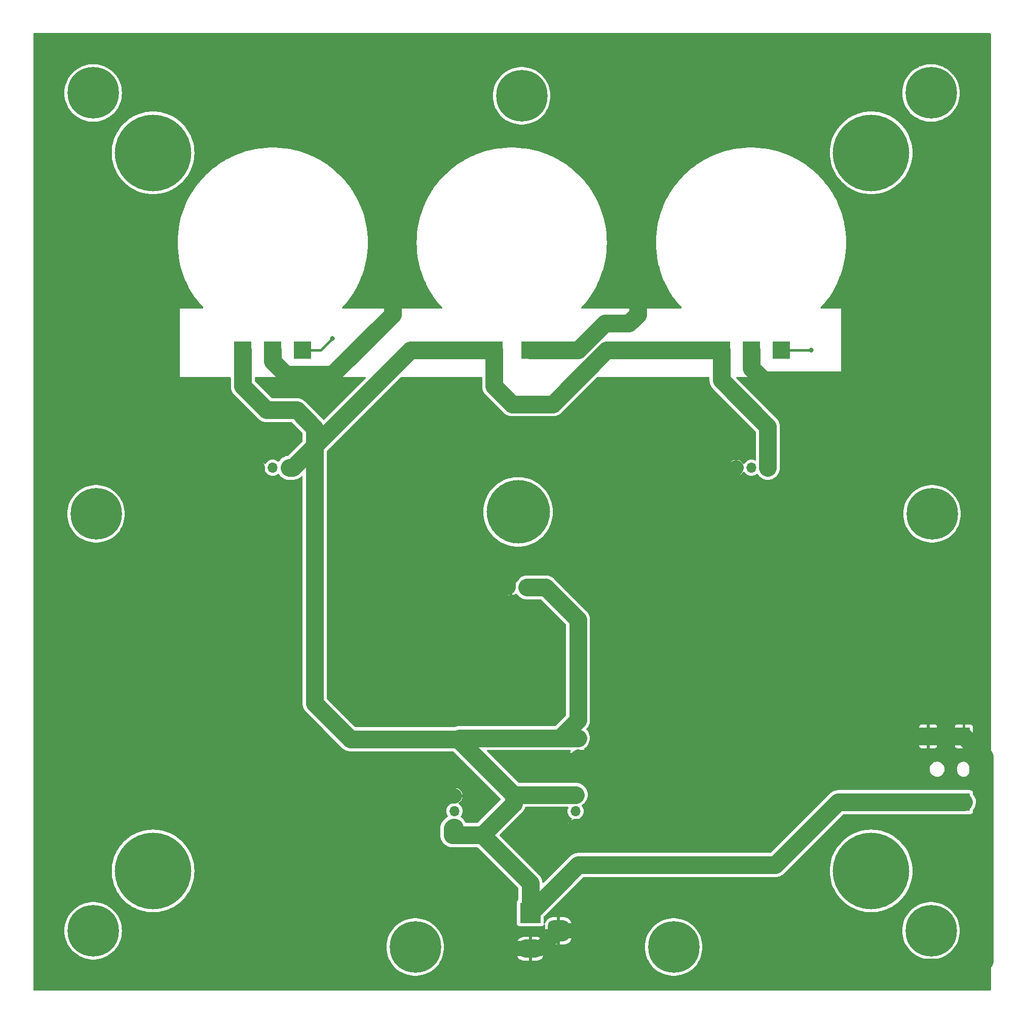
<source format=gtl>
G04 #@! TF.GenerationSoftware,KiCad,Pcbnew,7.0.9-1.fc39*
G04 #@! TF.CreationDate,2023-12-29T09:38:10-05:00*
G04 #@! TF.ProjectId,SYSMATT-WS2812-MATRIX-CARRIER,5359534d-4154-4542-9d57-53323831322d,rev?*
G04 #@! TF.SameCoordinates,Original*
G04 #@! TF.FileFunction,Copper,L1,Top*
G04 #@! TF.FilePolarity,Positive*
%FSLAX46Y46*%
G04 Gerber Fmt 4.6, Leading zero omitted, Abs format (unit mm)*
G04 Created by KiCad (PCBNEW 7.0.9-1.fc39) date 2023-12-29 09:38:10*
%MOMM*%
%LPD*%
G01*
G04 APERTURE LIST*
G04 Aperture macros list*
%AMRoundRect*
0 Rectangle with rounded corners*
0 $1 Rounding radius*
0 $2 $3 $4 $5 $6 $7 $8 $9 X,Y pos of 4 corners*
0 Add a 4 corners polygon primitive as box body*
4,1,4,$2,$3,$4,$5,$6,$7,$8,$9,$2,$3,0*
0 Add four circle primitives for the rounded corners*
1,1,$1+$1,$2,$3*
1,1,$1+$1,$4,$5*
1,1,$1+$1,$6,$7*
1,1,$1+$1,$8,$9*
0 Add four rect primitives between the rounded corners*
20,1,$1+$1,$2,$3,$4,$5,0*
20,1,$1+$1,$4,$5,$6,$7,0*
20,1,$1+$1,$6,$7,$8,$9,0*
20,1,$1+$1,$8,$9,$2,$3,0*%
G04 Aperture macros list end*
G04 #@! TA.AperFunction,ComponentPad*
%ADD10C,8.600000*%
G04 #@! TD*
G04 #@! TA.AperFunction,ComponentPad*
%ADD11C,12.800000*%
G04 #@! TD*
G04 #@! TA.AperFunction,SMDPad,CuDef*
%ADD12R,3.000000X3.000000*%
G04 #@! TD*
G04 #@! TA.AperFunction,ComponentPad*
%ADD13R,3.500000X3.500000*%
G04 #@! TD*
G04 #@! TA.AperFunction,ComponentPad*
%ADD14RoundRect,0.750000X1.000000X-0.750000X1.000000X0.750000X-1.000000X0.750000X-1.000000X-0.750000X0*%
G04 #@! TD*
G04 #@! TA.AperFunction,ComponentPad*
%ADD15RoundRect,0.875000X0.875000X-0.875000X0.875000X0.875000X-0.875000X0.875000X-0.875000X-0.875000X0*%
G04 #@! TD*
G04 #@! TA.AperFunction,ComponentPad*
%ADD16R,1.700000X1.700000*%
G04 #@! TD*
G04 #@! TA.AperFunction,ComponentPad*
%ADD17O,1.700000X1.700000*%
G04 #@! TD*
G04 #@! TA.AperFunction,SMDPad,CuDef*
%ADD18R,2.000000X3.000000*%
G04 #@! TD*
G04 #@! TA.AperFunction,ComponentPad*
%ADD19C,10.600000*%
G04 #@! TD*
G04 #@! TA.AperFunction,ViaPad*
%ADD20C,0.800000*%
G04 #@! TD*
G04 #@! TA.AperFunction,Conductor*
%ADD21C,2.500000*%
G04 #@! TD*
G04 #@! TA.AperFunction,Conductor*
%ADD22C,3.000000*%
G04 #@! TD*
G04 #@! TA.AperFunction,Conductor*
%ADD23C,0.400000*%
G04 #@! TD*
G04 APERTURE END LIST*
D10*
X127000000Y-172720000D03*
X83820000Y-172720000D03*
X101600000Y-30480000D03*
X30480000Y-100330000D03*
X170180000Y-100330000D03*
D11*
X160000000Y-40000000D03*
D12*
X55000000Y-73000000D03*
X135000000Y-73000000D03*
D13*
X103042500Y-167000000D03*
D14*
X103042500Y-173000000D03*
D15*
X107742500Y-170000000D03*
D16*
X111000000Y-138000000D03*
D17*
X111000000Y-140540000D03*
D16*
X142525000Y-92625000D03*
D17*
X139985000Y-92625000D03*
X137445000Y-92625000D03*
D12*
X103000000Y-73000000D03*
D16*
X90375000Y-152525000D03*
D17*
X90375000Y-149985000D03*
X90375000Y-147445000D03*
D16*
X62525000Y-92625000D03*
D17*
X59985000Y-92625000D03*
X57445000Y-92625000D03*
D11*
X40000000Y-40000000D03*
D10*
X170000000Y-170000000D03*
D18*
X175500000Y-148500000D03*
X169500000Y-148500000D03*
X169500000Y-137500000D03*
X175500000Y-137500000D03*
D16*
X102275000Y-112625000D03*
D17*
X99735000Y-112625000D03*
D10*
X170000000Y-30000000D03*
D19*
X101000000Y-100000000D03*
D12*
X65000000Y-73000000D03*
D11*
X160000000Y-160000000D03*
D12*
X97000000Y-73000000D03*
D10*
X30000000Y-170000000D03*
D12*
X60000000Y-73000000D03*
X140000000Y-73000000D03*
D10*
X30000000Y-30000000D03*
D12*
X145000000Y-73000000D03*
D16*
X110625000Y-147475000D03*
D17*
X110625000Y-150015000D03*
X110625000Y-152555000D03*
D11*
X40000000Y-160000000D03*
D20*
X70000000Y-71000000D03*
X150000000Y-73000000D03*
D21*
X121920000Y-165100000D02*
X143510000Y-165100000D01*
X107742500Y-170000000D02*
X117020000Y-170000000D01*
X117020000Y-170000000D02*
X121920000Y-165100000D01*
X143510000Y-165100000D02*
X154360000Y-175950000D01*
X154360000Y-175950000D02*
X177550000Y-175950000D01*
X177550000Y-175950000D02*
X177800000Y-176200000D01*
X90375000Y-147445000D02*
X88555000Y-147445000D01*
D22*
X85000000Y-37000000D02*
X118000000Y-37000000D01*
X119505310Y-68494690D02*
X115505310Y-68494690D01*
X121000000Y-67000000D02*
X119505310Y-68494690D01*
X139000000Y-22000000D02*
X121000000Y-40000000D01*
D21*
X90375000Y-147445000D02*
X68445000Y-147445000D01*
X84000000Y-152000000D02*
X84000000Y-162000000D01*
X23000000Y-23000000D02*
X23000000Y-44000000D01*
D22*
X121000000Y-40000000D02*
X121000000Y-67000000D01*
D21*
X68445000Y-147445000D02*
X57445000Y-136445000D01*
D22*
X60000000Y-73000000D02*
X60000000Y-74800000D01*
X175500000Y-137500000D02*
X169500000Y-137500000D01*
D21*
X27000000Y-50000000D02*
X42000000Y-50000000D01*
D22*
X118000000Y-37000000D02*
X121000000Y-40000000D01*
X169500000Y-137500000D02*
X122500000Y-137500000D01*
D21*
X99335000Y-111320227D02*
X99335000Y-112625000D01*
D22*
X170768125Y-22000000D02*
X139000000Y-22000000D01*
X115505310Y-68494690D02*
X111000000Y-73000000D01*
D21*
X57445000Y-136445000D02*
X57445000Y-92625000D01*
D22*
X175500000Y-137500000D02*
X178900000Y-140900000D01*
X80000000Y-67000000D02*
X80000000Y-42000000D01*
X62200000Y-77000000D02*
X70000000Y-77000000D01*
D21*
X32000000Y-23000000D02*
X23000000Y-23000000D01*
D22*
X140000000Y-76000000D02*
X142000000Y-78000000D01*
D21*
X42000000Y-77180000D02*
X42000000Y-50000000D01*
X23000000Y-44000000D02*
X22000000Y-45000000D01*
X57000000Y-35000000D02*
X55000000Y-33000000D01*
X49000000Y-33000000D02*
X40000000Y-24000000D01*
D22*
X178900000Y-140900000D02*
X178900000Y-175100000D01*
D21*
X129000000Y-101070000D02*
X129000000Y-106000000D01*
D22*
X176200000Y-57800000D02*
X176200000Y-27431875D01*
D21*
X95000000Y-173000000D02*
X103042500Y-173000000D01*
X128050000Y-106950000D02*
X103705227Y-106950000D01*
X84000000Y-162000000D02*
X95000000Y-173000000D01*
D22*
X111000000Y-73000000D02*
X103000000Y-73000000D01*
D21*
X83000000Y-35000000D02*
X85000000Y-37000000D01*
D22*
X176200000Y-27431875D02*
X170768125Y-22000000D01*
D21*
X22000000Y-45000000D02*
X27000000Y-50000000D01*
D22*
X118810000Y-150190000D02*
X116000000Y-153000000D01*
D21*
X129000000Y-106000000D02*
X129000000Y-131000000D01*
X57000000Y-35000000D02*
X83000000Y-35000000D01*
D22*
X70000000Y-77000000D02*
X80000000Y-67000000D01*
D21*
X55000000Y-33000000D02*
X49000000Y-33000000D01*
X40000000Y-24000000D02*
X33000000Y-24000000D01*
X137445000Y-92625000D02*
X129000000Y-101070000D01*
X129000000Y-131000000D02*
X122500000Y-137500000D01*
X88555000Y-147445000D02*
X84000000Y-152000000D01*
D22*
X142000000Y-78000000D02*
X156000000Y-78000000D01*
X178900000Y-175100000D02*
X177800000Y-176200000D01*
X115765000Y-152765000D02*
X110625000Y-152765000D01*
X80000000Y-42000000D02*
X85000000Y-37000000D01*
D21*
X129000000Y-106000000D02*
X128050000Y-106950000D01*
X104742500Y-173000000D02*
X107742500Y-170000000D01*
X103705227Y-106950000D02*
X99335000Y-111320227D01*
D22*
X118810000Y-141190000D02*
X118810000Y-150190000D01*
D21*
X57445000Y-92625000D02*
X42000000Y-77180000D01*
D22*
X140000000Y-73000000D02*
X140000000Y-76000000D01*
D21*
X103042500Y-173000000D02*
X104742500Y-173000000D01*
D22*
X122500000Y-137500000D02*
X118810000Y-141190000D01*
D21*
X33000000Y-24000000D02*
X32000000Y-23000000D01*
D22*
X60000000Y-74800000D02*
X62200000Y-77000000D01*
X116000000Y-153000000D02*
X115765000Y-152765000D01*
X156000000Y-78000000D02*
X176200000Y-57800000D01*
X118810000Y-141190000D02*
X111000000Y-141190000D01*
D23*
X65000000Y-73000000D02*
X68000000Y-73000000D01*
X68000000Y-73000000D02*
X70000000Y-71000000D01*
X150000000Y-73000000D02*
X145000000Y-73000000D01*
D22*
X55000000Y-79000000D02*
X59000000Y-83000000D01*
X100265000Y-147265000D02*
X110625000Y-147265000D01*
X100265000Y-147265000D02*
X100265000Y-148735000D01*
X91000000Y-138000000D02*
X91210000Y-137790000D01*
X108000000Y-137790000D02*
X111000000Y-137790000D01*
X103042500Y-162042500D02*
X103042500Y-167000000D01*
X142735000Y-85735000D02*
X142735000Y-92625000D01*
X90000000Y-154000000D02*
X90000000Y-152900000D01*
X169500000Y-148500000D02*
X175500000Y-148500000D01*
X135000000Y-78000000D02*
X142735000Y-85735000D01*
X67000000Y-132000000D02*
X73000000Y-138000000D01*
X90165000Y-152735000D02*
X90375000Y-152735000D01*
X135000000Y-73000000D02*
X115808326Y-73000000D01*
X55000000Y-73000000D02*
X55000000Y-79000000D01*
X97000000Y-73000000D02*
X83000000Y-73000000D01*
X105625000Y-112625000D02*
X102485000Y-112625000D01*
X144000000Y-159000000D02*
X154500000Y-148500000D01*
X90000000Y-152900000D02*
X90165000Y-152735000D01*
X108000000Y-137790000D02*
X111000000Y-134790000D01*
X67000000Y-89000000D02*
X67000000Y-132000000D01*
X63375000Y-92625000D02*
X62735000Y-92625000D01*
X67000000Y-89000000D02*
X63375000Y-92625000D01*
X91000000Y-138000000D02*
X100265000Y-147265000D01*
X154500000Y-148500000D02*
X169500000Y-148500000D01*
X135000000Y-73000000D02*
X135000000Y-78000000D01*
X91210000Y-137790000D02*
X108000000Y-137790000D01*
X115808326Y-73000000D02*
X106808326Y-82000000D01*
X95000000Y-154000000D02*
X103042500Y-162042500D01*
X111000000Y-134790000D02*
X111000000Y-118000000D01*
X106808326Y-82000000D02*
X100000000Y-82000000D01*
X111042500Y-159000000D02*
X144000000Y-159000000D01*
X111000000Y-118000000D02*
X105625000Y-112625000D01*
X64000000Y-83000000D02*
X67000000Y-86000000D01*
X95000000Y-154000000D02*
X90000000Y-154000000D01*
X67000000Y-86000000D02*
X67000000Y-89000000D01*
X73000000Y-138000000D02*
X91000000Y-138000000D01*
X103042500Y-167000000D02*
X111042500Y-159000000D01*
X97000000Y-79000000D02*
X97000000Y-73000000D01*
X59000000Y-83000000D02*
X64000000Y-83000000D01*
X100000000Y-82000000D02*
X97000000Y-79000000D01*
X100265000Y-148735000D02*
X95000000Y-154000000D01*
X83000000Y-73000000D02*
X67000000Y-89000000D01*
G04 #@! TA.AperFunction,Conductor*
G36*
X75468543Y-77489685D02*
G01*
X75514298Y-77542489D01*
X75524242Y-77611647D01*
X75495217Y-77675203D01*
X75489185Y-77681681D01*
X68587681Y-84583184D01*
X68526358Y-84616669D01*
X68456666Y-84611685D01*
X68412319Y-84583184D01*
X67653500Y-83824365D01*
X65364046Y-81534912D01*
X65338724Y-81509590D01*
X65313404Y-81484269D01*
X65313393Y-81484259D01*
X65257825Y-81442661D01*
X65254378Y-81439884D01*
X65201923Y-81394430D01*
X65201918Y-81394427D01*
X65201917Y-81394426D01*
X65143499Y-81356883D01*
X65139875Y-81354366D01*
X65084315Y-81312774D01*
X65084310Y-81312771D01*
X65084309Y-81312770D01*
X65023396Y-81279509D01*
X65019589Y-81277250D01*
X64961192Y-81239720D01*
X64961182Y-81239715D01*
X64923929Y-81222703D01*
X64898034Y-81210877D01*
X64894104Y-81208910D01*
X64833161Y-81175633D01*
X64768117Y-81151372D01*
X64764029Y-81149678D01*
X64700891Y-81120845D01*
X64634292Y-81101289D01*
X64630092Y-81099891D01*
X64565047Y-81075631D01*
X64565050Y-81075631D01*
X64497205Y-81060873D01*
X64492915Y-81059778D01*
X64426331Y-81040227D01*
X64426318Y-81040224D01*
X64357616Y-81030346D01*
X64353272Y-81029562D01*
X64324415Y-81023285D01*
X64285431Y-81014804D01*
X64216184Y-81009850D01*
X64211784Y-81009377D01*
X64143082Y-80999500D01*
X64143079Y-80999500D01*
X64071448Y-80999500D01*
X59879996Y-80999500D01*
X59812957Y-80979815D01*
X59792315Y-80963181D01*
X57036819Y-78207685D01*
X57003334Y-78146362D01*
X57000500Y-78120004D01*
X57000500Y-77594000D01*
X57020185Y-77526961D01*
X57072989Y-77481206D01*
X57124500Y-77470000D01*
X75401504Y-77470000D01*
X75468543Y-77489685D01*
G37*
G04 #@! TD.AperFunction*
G04 #@! TA.AperFunction,Conductor*
G36*
X179943039Y-20019685D02*
G01*
X179988794Y-20072489D01*
X180000000Y-20124000D01*
X180000000Y-179876000D01*
X179980315Y-179943039D01*
X179927511Y-179988794D01*
X179876000Y-180000000D01*
X20124000Y-180000000D01*
X20056961Y-179980315D01*
X20011206Y-179927511D01*
X20000000Y-179876000D01*
X20000000Y-170000003D01*
X25194661Y-170000003D01*
X25214005Y-170430737D01*
X25214006Y-170430746D01*
X25271885Y-170858027D01*
X25367830Y-171278391D01*
X25501073Y-171688472D01*
X25501076Y-171688480D01*
X25670533Y-172084947D01*
X25670537Y-172084955D01*
X25724808Y-172185806D01*
X25874863Y-172464655D01*
X25874867Y-172464661D01*
X25874867Y-172464662D01*
X26112394Y-172824501D01*
X26112404Y-172824514D01*
X26381225Y-173161607D01*
X26381235Y-173161618D01*
X26381236Y-173161619D01*
X26679210Y-173473274D01*
X27003920Y-173756965D01*
X27003930Y-173756972D01*
X27003931Y-173756973D01*
X27336222Y-173998397D01*
X27352753Y-174010407D01*
X27722900Y-174231560D01*
X27722903Y-174231561D01*
X27722904Y-174231562D01*
X27722906Y-174231563D01*
X28111372Y-174418639D01*
X28111386Y-174418645D01*
X28515055Y-174570144D01*
X28515059Y-174570145D01*
X28515069Y-174570149D01*
X28930711Y-174684859D01*
X29354964Y-174761850D01*
X29784409Y-174800500D01*
X29784416Y-174800500D01*
X30215584Y-174800500D01*
X30215591Y-174800500D01*
X30645036Y-174761850D01*
X31069289Y-174684859D01*
X31484931Y-174570149D01*
X31888619Y-174418643D01*
X32277100Y-174231560D01*
X32647247Y-174010407D01*
X32996080Y-173756965D01*
X33320790Y-173473274D01*
X33618764Y-173161619D01*
X33627435Y-173150747D01*
X33887595Y-172824514D01*
X33887601Y-172824507D01*
X33956583Y-172720003D01*
X79014661Y-172720003D01*
X79034005Y-173150737D01*
X79034006Y-173150746D01*
X79091885Y-173578027D01*
X79187830Y-173998391D01*
X79321073Y-174408472D01*
X79321076Y-174408480D01*
X79490533Y-174804947D01*
X79490537Y-174804955D01*
X79510241Y-174841571D01*
X79694863Y-175184655D01*
X79694867Y-175184661D01*
X79694867Y-175184662D01*
X79932394Y-175544501D01*
X79932404Y-175544514D01*
X80201225Y-175881607D01*
X80201235Y-175881618D01*
X80201236Y-175881619D01*
X80499210Y-176193274D01*
X80823920Y-176476965D01*
X81172753Y-176730407D01*
X81542900Y-176951560D01*
X81542903Y-176951561D01*
X81542904Y-176951562D01*
X81542906Y-176951563D01*
X81931372Y-177138639D01*
X81931386Y-177138645D01*
X82335055Y-177290144D01*
X82335059Y-177290145D01*
X82335069Y-177290149D01*
X82750711Y-177404859D01*
X83174964Y-177481850D01*
X83604409Y-177520500D01*
X83604416Y-177520500D01*
X84035584Y-177520500D01*
X84035591Y-177520500D01*
X84465036Y-177481850D01*
X84889289Y-177404859D01*
X85304931Y-177290149D01*
X85708619Y-177138643D01*
X86097100Y-176951560D01*
X86467247Y-176730407D01*
X86816080Y-176476965D01*
X87140790Y-176193274D01*
X87438764Y-175881619D01*
X87707601Y-175544507D01*
X87945137Y-175184655D01*
X88149461Y-174804958D01*
X88151367Y-174800500D01*
X88256582Y-174554335D01*
X88318926Y-174408475D01*
X88452168Y-173998397D01*
X88548115Y-173578026D01*
X88605994Y-173150747D01*
X88623992Y-172750000D01*
X100792500Y-172750000D01*
X101608814Y-172750000D01*
X101583007Y-172790156D01*
X101542500Y-172928111D01*
X101542500Y-173071889D01*
X101583007Y-173209844D01*
X101608814Y-173250000D01*
X100792501Y-173250000D01*
X100792501Y-173814192D01*
X100802900Y-173946332D01*
X100857877Y-174164519D01*
X100950928Y-174369374D01*
X100950931Y-174369380D01*
X101079059Y-174554323D01*
X101079069Y-174554335D01*
X101238164Y-174713430D01*
X101238176Y-174713440D01*
X101423119Y-174841568D01*
X101423125Y-174841571D01*
X101627980Y-174934622D01*
X101846167Y-174989599D01*
X101978307Y-175000000D01*
X102792499Y-174999999D01*
X102792500Y-174999998D01*
X102792500Y-173500000D01*
X103292500Y-173500000D01*
X103292500Y-174999999D01*
X104106692Y-174999999D01*
X104238832Y-174989599D01*
X104457019Y-174934622D01*
X104661874Y-174841571D01*
X104661880Y-174841568D01*
X104846823Y-174713440D01*
X104846835Y-174713430D01*
X105005930Y-174554335D01*
X105005940Y-174554323D01*
X105134068Y-174369380D01*
X105134071Y-174369374D01*
X105227122Y-174164519D01*
X105282099Y-173946332D01*
X105292500Y-173814194D01*
X105292500Y-173250000D01*
X104476186Y-173250000D01*
X104501993Y-173209844D01*
X104542500Y-173071889D01*
X104542500Y-172928111D01*
X104501993Y-172790156D01*
X104476186Y-172750000D01*
X105292499Y-172750000D01*
X105292499Y-172720003D01*
X122194661Y-172720003D01*
X122214005Y-173150737D01*
X122214006Y-173150746D01*
X122271885Y-173578027D01*
X122367830Y-173998391D01*
X122501073Y-174408472D01*
X122501076Y-174408480D01*
X122670533Y-174804947D01*
X122670537Y-174804955D01*
X122690241Y-174841571D01*
X122874863Y-175184655D01*
X122874867Y-175184661D01*
X122874867Y-175184662D01*
X123112394Y-175544501D01*
X123112404Y-175544514D01*
X123381225Y-175881607D01*
X123381235Y-175881618D01*
X123381236Y-175881619D01*
X123679210Y-176193274D01*
X124003920Y-176476965D01*
X124352753Y-176730407D01*
X124722900Y-176951560D01*
X124722903Y-176951561D01*
X124722904Y-176951562D01*
X124722906Y-176951563D01*
X125111372Y-177138639D01*
X125111386Y-177138645D01*
X125515055Y-177290144D01*
X125515059Y-177290145D01*
X125515069Y-177290149D01*
X125930711Y-177404859D01*
X126354964Y-177481850D01*
X126784409Y-177520500D01*
X126784416Y-177520500D01*
X127215584Y-177520500D01*
X127215591Y-177520500D01*
X127645036Y-177481850D01*
X128069289Y-177404859D01*
X128484931Y-177290149D01*
X128888619Y-177138643D01*
X129277100Y-176951560D01*
X129647247Y-176730407D01*
X129996080Y-176476965D01*
X130320790Y-176193274D01*
X130618764Y-175881619D01*
X130887601Y-175544507D01*
X131125137Y-175184655D01*
X131329461Y-174804958D01*
X131331367Y-174800500D01*
X131436582Y-174554335D01*
X131498926Y-174408475D01*
X131632168Y-173998397D01*
X131728115Y-173578026D01*
X131785994Y-173150747D01*
X131805339Y-172720000D01*
X131785994Y-172289253D01*
X131728115Y-171861974D01*
X131632168Y-171441603D01*
X131498926Y-171031525D01*
X131424769Y-170858026D01*
X131329466Y-170635052D01*
X131329462Y-170635044D01*
X131329461Y-170635042D01*
X131125137Y-170255345D01*
X131121609Y-170250000D01*
X130956588Y-170000003D01*
X165194661Y-170000003D01*
X165214005Y-170430737D01*
X165214006Y-170430746D01*
X165271885Y-170858027D01*
X165367830Y-171278391D01*
X165501073Y-171688472D01*
X165501076Y-171688480D01*
X165670533Y-172084947D01*
X165670537Y-172084955D01*
X165724808Y-172185806D01*
X165874863Y-172464655D01*
X165874867Y-172464661D01*
X165874867Y-172464662D01*
X166112394Y-172824501D01*
X166112404Y-172824514D01*
X166381225Y-173161607D01*
X166381235Y-173161618D01*
X166381236Y-173161619D01*
X166679210Y-173473274D01*
X167003920Y-173756965D01*
X167003930Y-173756972D01*
X167003931Y-173756973D01*
X167336222Y-173998397D01*
X167352753Y-174010407D01*
X167722900Y-174231560D01*
X167722903Y-174231561D01*
X167722904Y-174231562D01*
X167722906Y-174231563D01*
X168111372Y-174418639D01*
X168111386Y-174418645D01*
X168515055Y-174570144D01*
X168515059Y-174570145D01*
X168515069Y-174570149D01*
X168930711Y-174684859D01*
X169354964Y-174761850D01*
X169784409Y-174800500D01*
X169784416Y-174800500D01*
X170215584Y-174800500D01*
X170215591Y-174800500D01*
X170645036Y-174761850D01*
X171069289Y-174684859D01*
X171484931Y-174570149D01*
X171888619Y-174418643D01*
X172277100Y-174231560D01*
X172647247Y-174010407D01*
X172996080Y-173756965D01*
X173320790Y-173473274D01*
X173618764Y-173161619D01*
X173627435Y-173150747D01*
X173887595Y-172824514D01*
X173887601Y-172824507D01*
X174125137Y-172464655D01*
X174329461Y-172084958D01*
X174342836Y-172053667D01*
X174424769Y-171861974D01*
X174498926Y-171688475D01*
X174632168Y-171278397D01*
X174728115Y-170858026D01*
X174785994Y-170430747D01*
X174805339Y-170000000D01*
X174785994Y-169569253D01*
X174728115Y-169141974D01*
X174632168Y-168721603D01*
X174498926Y-168311525D01*
X174429823Y-168149851D01*
X174329466Y-167915052D01*
X174329462Y-167915044D01*
X174242151Y-167752794D01*
X174125137Y-167535345D01*
X174125132Y-167535337D01*
X173887605Y-167175498D01*
X173887595Y-167175485D01*
X173618774Y-166838392D01*
X173618762Y-166838379D01*
X173320794Y-166526730D01*
X173320793Y-166526729D01*
X173320790Y-166526726D01*
X172996080Y-166243035D01*
X172996068Y-166243026D01*
X172647256Y-165989599D01*
X172647251Y-165989596D01*
X172647247Y-165989593D01*
X172277100Y-165768440D01*
X172277095Y-165768437D01*
X172277093Y-165768436D01*
X171888627Y-165581360D01*
X171888613Y-165581354D01*
X171484944Y-165429855D01*
X171484919Y-165429847D01*
X171069295Y-165315142D01*
X170645043Y-165238151D01*
X170645040Y-165238150D01*
X170645036Y-165238150D01*
X170215591Y-165199500D01*
X169784409Y-165199500D01*
X169354964Y-165238150D01*
X169354960Y-165238150D01*
X169354956Y-165238151D01*
X168930704Y-165315142D01*
X168515080Y-165429847D01*
X168515055Y-165429855D01*
X168111386Y-165581354D01*
X168111372Y-165581360D01*
X167722906Y-165768436D01*
X167722904Y-165768437D01*
X167352743Y-165989599D01*
X167003931Y-166243026D01*
X167003914Y-166243039D01*
X166679210Y-166526726D01*
X166679205Y-166526730D01*
X166381237Y-166838379D01*
X166381225Y-166838392D01*
X166112404Y-167175485D01*
X166112394Y-167175498D01*
X165874867Y-167535337D01*
X165874867Y-167535338D01*
X165670537Y-167915044D01*
X165670533Y-167915052D01*
X165501076Y-168311519D01*
X165501073Y-168311527D01*
X165367830Y-168721608D01*
X165271885Y-169141972D01*
X165214006Y-169569253D01*
X165214005Y-169569262D01*
X165194661Y-169999996D01*
X165194661Y-170000003D01*
X130956588Y-170000003D01*
X130887605Y-169895498D01*
X130887595Y-169895485D01*
X130618774Y-169558392D01*
X130618762Y-169558379D01*
X130320794Y-169246730D01*
X130320793Y-169246729D01*
X130320790Y-169246726D01*
X130030837Y-168993401D01*
X129996085Y-168963039D01*
X129996068Y-168963026D01*
X129647256Y-168709599D01*
X129647251Y-168709596D01*
X129647247Y-168709593D01*
X129277100Y-168488440D01*
X129277095Y-168488437D01*
X129277093Y-168488436D01*
X128888627Y-168301360D01*
X128888613Y-168301354D01*
X128484944Y-168149855D01*
X128484919Y-168149847D01*
X128069295Y-168035142D01*
X127645043Y-167958151D01*
X127645040Y-167958150D01*
X127645036Y-167958150D01*
X127215591Y-167919500D01*
X126784409Y-167919500D01*
X126354964Y-167958150D01*
X126354960Y-167958150D01*
X126354956Y-167958151D01*
X125930704Y-168035142D01*
X125515080Y-168149847D01*
X125515055Y-168149855D01*
X125111386Y-168301354D01*
X125111372Y-168301360D01*
X124722906Y-168488436D01*
X124722904Y-168488437D01*
X124352743Y-168709599D01*
X124003931Y-168963026D01*
X124003914Y-168963039D01*
X123679210Y-169246726D01*
X123679205Y-169246730D01*
X123381237Y-169558379D01*
X123381225Y-169558392D01*
X123112404Y-169895485D01*
X123112394Y-169895498D01*
X122874867Y-170255337D01*
X122874867Y-170255338D01*
X122670537Y-170635044D01*
X122670533Y-170635052D01*
X122501076Y-171031519D01*
X122501073Y-171031527D01*
X122367830Y-171441608D01*
X122271885Y-171861972D01*
X122214006Y-172289253D01*
X122214005Y-172289262D01*
X122194661Y-172719996D01*
X122194661Y-172720003D01*
X105292499Y-172720003D01*
X105292499Y-172185808D01*
X105282099Y-172053667D01*
X105227122Y-171835480D01*
X105134071Y-171630625D01*
X105134068Y-171630619D01*
X105005940Y-171445676D01*
X105005930Y-171445664D01*
X104846835Y-171286569D01*
X104846823Y-171286559D01*
X104661880Y-171158431D01*
X104661874Y-171158428D01*
X104457019Y-171065377D01*
X104238832Y-171010400D01*
X104106694Y-171000000D01*
X103292500Y-171000000D01*
X103292500Y-172500000D01*
X102792500Y-172500000D01*
X102792500Y-171000000D01*
X102792499Y-171000000D01*
X101978308Y-171000001D01*
X101846167Y-171010400D01*
X101627980Y-171065377D01*
X101423125Y-171158428D01*
X101423119Y-171158431D01*
X101238176Y-171286559D01*
X101238164Y-171286569D01*
X101079069Y-171445664D01*
X101079059Y-171445676D01*
X100950931Y-171630619D01*
X100950928Y-171630625D01*
X100857877Y-171835480D01*
X100802900Y-172053667D01*
X100792500Y-172185806D01*
X100792500Y-172750000D01*
X88623992Y-172750000D01*
X88625339Y-172720000D01*
X88605994Y-172289253D01*
X88548115Y-171861974D01*
X88452168Y-171441603D01*
X88318926Y-171031525D01*
X88244769Y-170858026D01*
X88149466Y-170635052D01*
X88149462Y-170635044D01*
X88149461Y-170635042D01*
X87945137Y-170255345D01*
X87941609Y-170250000D01*
X87707605Y-169895498D01*
X87707595Y-169895485D01*
X87438774Y-169558392D01*
X87438762Y-169558379D01*
X87140794Y-169246730D01*
X87140793Y-169246729D01*
X87140790Y-169246726D01*
X86850837Y-168993401D01*
X86816085Y-168963039D01*
X86816068Y-168963026D01*
X86467256Y-168709599D01*
X86467251Y-168709596D01*
X86467247Y-168709593D01*
X86097100Y-168488440D01*
X86097095Y-168488437D01*
X86097093Y-168488436D01*
X85708627Y-168301360D01*
X85708613Y-168301354D01*
X85304944Y-168149855D01*
X85304919Y-168149847D01*
X84889295Y-168035142D01*
X84465043Y-167958151D01*
X84465040Y-167958150D01*
X84465036Y-167958150D01*
X84035591Y-167919500D01*
X83604409Y-167919500D01*
X83174964Y-167958150D01*
X83174960Y-167958150D01*
X83174956Y-167958151D01*
X82750704Y-168035142D01*
X82335080Y-168149847D01*
X82335055Y-168149855D01*
X81931386Y-168301354D01*
X81931372Y-168301360D01*
X81542906Y-168488436D01*
X81542904Y-168488437D01*
X81172743Y-168709599D01*
X80823931Y-168963026D01*
X80823914Y-168963039D01*
X80499210Y-169246726D01*
X80499205Y-169246730D01*
X80201237Y-169558379D01*
X80201225Y-169558392D01*
X79932404Y-169895485D01*
X79932394Y-169895498D01*
X79694867Y-170255337D01*
X79694867Y-170255338D01*
X79490537Y-170635044D01*
X79490533Y-170635052D01*
X79321076Y-171031519D01*
X79321073Y-171031527D01*
X79187830Y-171441608D01*
X79091885Y-171861972D01*
X79034006Y-172289253D01*
X79034005Y-172289262D01*
X79014661Y-172719996D01*
X79014661Y-172720003D01*
X33956583Y-172720003D01*
X34125137Y-172464655D01*
X34329461Y-172084958D01*
X34342836Y-172053667D01*
X34424769Y-171861974D01*
X34498926Y-171688475D01*
X34632168Y-171278397D01*
X34728115Y-170858026D01*
X34785994Y-170430747D01*
X34805339Y-170000000D01*
X34785994Y-169569253D01*
X34728115Y-169141974D01*
X34632168Y-168721603D01*
X34498926Y-168311525D01*
X34429823Y-168149851D01*
X34329466Y-167915052D01*
X34329462Y-167915044D01*
X34242151Y-167752794D01*
X34125137Y-167535345D01*
X34125132Y-167535337D01*
X33887605Y-167175498D01*
X33887595Y-167175485D01*
X33618774Y-166838392D01*
X33618762Y-166838379D01*
X33320794Y-166526730D01*
X33320793Y-166526729D01*
X33320790Y-166526726D01*
X32996080Y-166243035D01*
X32996068Y-166243026D01*
X32647256Y-165989599D01*
X32647251Y-165989596D01*
X32647247Y-165989593D01*
X32277100Y-165768440D01*
X32277095Y-165768437D01*
X32277093Y-165768436D01*
X31888627Y-165581360D01*
X31888613Y-165581354D01*
X31484944Y-165429855D01*
X31484919Y-165429847D01*
X31069295Y-165315142D01*
X30645043Y-165238151D01*
X30645040Y-165238150D01*
X30645036Y-165238150D01*
X30215591Y-165199500D01*
X29784409Y-165199500D01*
X29354964Y-165238150D01*
X29354960Y-165238150D01*
X29354956Y-165238151D01*
X28930704Y-165315142D01*
X28515080Y-165429847D01*
X28515055Y-165429855D01*
X28111386Y-165581354D01*
X28111372Y-165581360D01*
X27722906Y-165768436D01*
X27722904Y-165768437D01*
X27352743Y-165989599D01*
X27003931Y-166243026D01*
X27003914Y-166243039D01*
X26679210Y-166526726D01*
X26679205Y-166526730D01*
X26381237Y-166838379D01*
X26381225Y-166838392D01*
X26112404Y-167175485D01*
X26112394Y-167175498D01*
X25874867Y-167535337D01*
X25874867Y-167535338D01*
X25670537Y-167915044D01*
X25670533Y-167915052D01*
X25501076Y-168311519D01*
X25501073Y-168311527D01*
X25367830Y-168721608D01*
X25271885Y-169141972D01*
X25214006Y-169569253D01*
X25214005Y-169569262D01*
X25194661Y-169999996D01*
X25194661Y-170000003D01*
X20000000Y-170000003D01*
X20000000Y-160000000D01*
X33094671Y-160000000D01*
X33113979Y-160516031D01*
X33171797Y-161029176D01*
X33171796Y-161029176D01*
X33267802Y-161536579D01*
X33267802Y-161536580D01*
X33401455Y-162035381D01*
X33572011Y-162522800D01*
X33778514Y-162996110D01*
X33778517Y-162996115D01*
X34019807Y-163452660D01*
X34128511Y-163625661D01*
X34294549Y-163889910D01*
X34601196Y-164305402D01*
X34938036Y-164696817D01*
X35303183Y-165061964D01*
X35694598Y-165398804D01*
X36110088Y-165705449D01*
X36110093Y-165705453D01*
X36547339Y-165980193D01*
X36547338Y-165980192D01*
X36792477Y-166109751D01*
X37003890Y-166221486D01*
X37477200Y-166427989D01*
X37477205Y-166427990D01*
X37477208Y-166427992D01*
X37570382Y-166460595D01*
X37964619Y-166598545D01*
X38463420Y-166732198D01*
X38786552Y-166793337D01*
X38970824Y-166828204D01*
X38970824Y-166828203D01*
X39061253Y-166838392D01*
X39483969Y-166886021D01*
X40000000Y-166905329D01*
X40516031Y-166886021D01*
X40938747Y-166838392D01*
X41029176Y-166828203D01*
X41029176Y-166828204D01*
X41213447Y-166793337D01*
X41536580Y-166732198D01*
X42035381Y-166598545D01*
X42429617Y-166460595D01*
X42522792Y-166427992D01*
X42522794Y-166427990D01*
X42522800Y-166427989D01*
X42996110Y-166221486D01*
X43207521Y-166109751D01*
X43452661Y-165980192D01*
X43452660Y-165980193D01*
X43789663Y-165768440D01*
X43889910Y-165705451D01*
X44058056Y-165581354D01*
X44305399Y-165398806D01*
X44305402Y-165398804D01*
X44696817Y-165061964D01*
X45061964Y-164696817D01*
X45398804Y-164305402D01*
X45705451Y-163889910D01*
X45980190Y-163452665D01*
X45980192Y-163452662D01*
X45980193Y-163452661D01*
X46221483Y-162996115D01*
X46221486Y-162996110D01*
X46427989Y-162522800D01*
X46598545Y-162035381D01*
X46732198Y-161536580D01*
X46732198Y-161536579D01*
X46828204Y-161029176D01*
X46828203Y-161029176D01*
X46886021Y-160516031D01*
X46905329Y-160000000D01*
X46886021Y-159483969D01*
X46828203Y-158970824D01*
X46828204Y-158970824D01*
X46732198Y-158463421D01*
X46732198Y-158463420D01*
X46598545Y-157964619D01*
X46427989Y-157477200D01*
X46221486Y-157003890D01*
X46109751Y-156792478D01*
X45980192Y-156547339D01*
X45980193Y-156547340D01*
X45871488Y-156374338D01*
X45705451Y-156110090D01*
X45398804Y-155694598D01*
X45070752Y-155313395D01*
X45061966Y-155303185D01*
X44696815Y-154938034D01*
X44569980Y-154828884D01*
X44305402Y-154601196D01*
X43889910Y-154294549D01*
X43875394Y-154285428D01*
X43452661Y-154019807D01*
X43452662Y-154019808D01*
X43090554Y-153828429D01*
X42996110Y-153778514D01*
X42522800Y-153572011D01*
X42522794Y-153572009D01*
X42522792Y-153572008D01*
X42429617Y-153539405D01*
X42035381Y-153401455D01*
X41536580Y-153267802D01*
X41213447Y-153206662D01*
X41029176Y-153171796D01*
X40913745Y-153158791D01*
X40516031Y-153113979D01*
X40000000Y-153094671D01*
X39483969Y-153113979D01*
X39086254Y-153158791D01*
X38970824Y-153171796D01*
X38786552Y-153206662D01*
X38463420Y-153267802D01*
X37964619Y-153401455D01*
X37570382Y-153539405D01*
X37477208Y-153572008D01*
X37477205Y-153572009D01*
X37477200Y-153572011D01*
X37003890Y-153778514D01*
X36909446Y-153828429D01*
X36547338Y-154019808D01*
X36547339Y-154019807D01*
X36124606Y-154285428D01*
X36110090Y-154294549D01*
X35694598Y-154601196D01*
X35430019Y-154828884D01*
X35303185Y-154938034D01*
X34938034Y-155303185D01*
X34929248Y-155313395D01*
X34601196Y-155694598D01*
X34294549Y-156110090D01*
X34128511Y-156374338D01*
X34019807Y-156547340D01*
X34019808Y-156547339D01*
X33890248Y-156792478D01*
X33778514Y-157003890D01*
X33572011Y-157477200D01*
X33401455Y-157964619D01*
X33267802Y-158463420D01*
X33267802Y-158463421D01*
X33171796Y-158970824D01*
X33171797Y-158970824D01*
X33113979Y-159483969D01*
X33094671Y-160000000D01*
X20000000Y-160000000D01*
X20000000Y-100330003D01*
X25674661Y-100330003D01*
X25694005Y-100760737D01*
X25694006Y-100760746D01*
X25751885Y-101188027D01*
X25847830Y-101608391D01*
X25981073Y-102018472D01*
X25981076Y-102018480D01*
X26150533Y-102414947D01*
X26150537Y-102414955D01*
X26150539Y-102414958D01*
X26354863Y-102794655D01*
X26354867Y-102794661D01*
X26354867Y-102794662D01*
X26592394Y-103154501D01*
X26592404Y-103154514D01*
X26861225Y-103491607D01*
X26861235Y-103491618D01*
X26861236Y-103491619D01*
X27159210Y-103803274D01*
X27483920Y-104086965D01*
X27483930Y-104086972D01*
X27483931Y-104086973D01*
X27737515Y-104271213D01*
X27832753Y-104340407D01*
X28202900Y-104561560D01*
X28202903Y-104561561D01*
X28202904Y-104561562D01*
X28202906Y-104561563D01*
X28591372Y-104748639D01*
X28591386Y-104748645D01*
X28995055Y-104900144D01*
X28995059Y-104900145D01*
X28995069Y-104900149D01*
X29410711Y-105014859D01*
X29834964Y-105091850D01*
X30264409Y-105130500D01*
X30264416Y-105130500D01*
X30695584Y-105130500D01*
X30695591Y-105130500D01*
X31125036Y-105091850D01*
X31549289Y-105014859D01*
X31964931Y-104900149D01*
X32368619Y-104748643D01*
X32757100Y-104561560D01*
X33127247Y-104340407D01*
X33476080Y-104086965D01*
X33800790Y-103803274D01*
X34098764Y-103491619D01*
X34367601Y-103154507D01*
X34605137Y-102794655D01*
X34809461Y-102414958D01*
X34978926Y-102018475D01*
X35112168Y-101608397D01*
X35208115Y-101188026D01*
X35265994Y-100760747D01*
X35285339Y-100330000D01*
X35265994Y-99899253D01*
X35208115Y-99471974D01*
X35112168Y-99051603D01*
X34978926Y-98641525D01*
X34915376Y-98492843D01*
X34809466Y-98245052D01*
X34809462Y-98245044D01*
X34809461Y-98245042D01*
X34605137Y-97865345D01*
X34474854Y-97667974D01*
X34367605Y-97505498D01*
X34367595Y-97505485D01*
X34098774Y-97168392D01*
X34098762Y-97168379D01*
X33800794Y-96856730D01*
X33800793Y-96856729D01*
X33800790Y-96856726D01*
X33476080Y-96573035D01*
X33285008Y-96434213D01*
X33127256Y-96319599D01*
X33127251Y-96319596D01*
X33127247Y-96319593D01*
X32757100Y-96098440D01*
X32757095Y-96098437D01*
X32757093Y-96098436D01*
X32368627Y-95911360D01*
X32368613Y-95911354D01*
X31964944Y-95759855D01*
X31964919Y-95759847D01*
X31549295Y-95645142D01*
X31125043Y-95568151D01*
X31125040Y-95568150D01*
X31125036Y-95568150D01*
X30695591Y-95529500D01*
X30264409Y-95529500D01*
X29834964Y-95568150D01*
X29834960Y-95568150D01*
X29834956Y-95568151D01*
X29410704Y-95645142D01*
X28995080Y-95759847D01*
X28995055Y-95759855D01*
X28591386Y-95911354D01*
X28591372Y-95911360D01*
X28202906Y-96098436D01*
X28202904Y-96098437D01*
X27832743Y-96319599D01*
X27483931Y-96573026D01*
X27483914Y-96573039D01*
X27159210Y-96856726D01*
X27159205Y-96856730D01*
X26861237Y-97168379D01*
X26861225Y-97168392D01*
X26592404Y-97505485D01*
X26592394Y-97505498D01*
X26354867Y-97865337D01*
X26354867Y-97865338D01*
X26150537Y-98245044D01*
X26150533Y-98245052D01*
X25981076Y-98641519D01*
X25981073Y-98641527D01*
X25847830Y-99051608D01*
X25751885Y-99471972D01*
X25694006Y-99899253D01*
X25694005Y-99899262D01*
X25674661Y-100329996D01*
X25674661Y-100330003D01*
X20000000Y-100330003D01*
X20000000Y-55000000D01*
X44108173Y-55000000D01*
X44127928Y-55792142D01*
X44187143Y-56582315D01*
X44282952Y-57346847D01*
X44285674Y-57368569D01*
X44418085Y-58119512D01*
X44423268Y-58148904D01*
X44591149Y-58884440D01*
X44599591Y-58921424D01*
X44599590Y-58921424D01*
X44800849Y-59636738D01*
X44814202Y-59684198D01*
X45066567Y-60435325D01*
X45179316Y-60722604D01*
X45356061Y-61172945D01*
X45356061Y-61172946D01*
X45650798Y-61826146D01*
X45681959Y-61895205D01*
X45796178Y-62117997D01*
X46043450Y-62600321D01*
X46043455Y-62600329D01*
X46439649Y-63286558D01*
X46439650Y-63286559D01*
X46439649Y-63286559D01*
X46496799Y-63375044D01*
X46869556Y-63952185D01*
X46869561Y-63952193D01*
X46869565Y-63952198D01*
X47332109Y-64595557D01*
X47332110Y-64595557D01*
X47579591Y-64905889D01*
X47826162Y-65215079D01*
X48350470Y-65809192D01*
X48370198Y-65829418D01*
X48402917Y-65891153D01*
X48397065Y-65960777D01*
X48354500Y-66016185D01*
X48288737Y-66039785D01*
X48281432Y-66040000D01*
X44450000Y-66040000D01*
X44450000Y-77470000D01*
X52875500Y-77470000D01*
X52942539Y-77489685D01*
X52988294Y-77542489D01*
X52999500Y-77594000D01*
X52999500Y-79143082D01*
X53009377Y-79211784D01*
X53009850Y-79216184D01*
X53014804Y-79285430D01*
X53014804Y-79285433D01*
X53029560Y-79353259D01*
X53030346Y-79357616D01*
X53040224Y-79426318D01*
X53040227Y-79426331D01*
X53059778Y-79492915D01*
X53060873Y-79497205D01*
X53075631Y-79565048D01*
X53099891Y-79630092D01*
X53101289Y-79634292D01*
X53120845Y-79700891D01*
X53149678Y-79764029D01*
X53151372Y-79768117D01*
X53175633Y-79833161D01*
X53208910Y-79894104D01*
X53210883Y-79898046D01*
X53239715Y-79961182D01*
X53239720Y-79961192D01*
X53277250Y-80019589D01*
X53279509Y-80023396D01*
X53312770Y-80084309D01*
X53312771Y-80084310D01*
X53312774Y-80084315D01*
X53354366Y-80139875D01*
X53356883Y-80143499D01*
X53394426Y-80201917D01*
X53394427Y-80201918D01*
X53394430Y-80201923D01*
X53439884Y-80254378D01*
X53442661Y-80257825D01*
X53484259Y-80313393D01*
X53484269Y-80313404D01*
X53509590Y-80338724D01*
X53534912Y-80364046D01*
X56484261Y-83313395D01*
X57484261Y-84313395D01*
X57686594Y-84515729D01*
X57686600Y-84515734D01*
X57686605Y-84515739D01*
X57742186Y-84557346D01*
X57745611Y-84560107D01*
X57798082Y-84605573D01*
X57856482Y-84643104D01*
X57860107Y-84645621D01*
X57915682Y-84687224D01*
X57915690Y-84687229D01*
X57976603Y-84720490D01*
X57980405Y-84722745D01*
X58038813Y-84760282D01*
X58101976Y-84789127D01*
X58105885Y-84791083D01*
X58166839Y-84824367D01*
X58231900Y-84848632D01*
X58235945Y-84850308D01*
X58299111Y-84879156D01*
X58299115Y-84879157D01*
X58299117Y-84879158D01*
X58313985Y-84883523D01*
X58365721Y-84898714D01*
X58369887Y-84900100D01*
X58434954Y-84924369D01*
X58434957Y-84924369D01*
X58434961Y-84924371D01*
X58469199Y-84931818D01*
X58502805Y-84939129D01*
X58507069Y-84940217D01*
X58573677Y-84959775D01*
X58642392Y-84969654D01*
X58646710Y-84970433D01*
X58714572Y-84985196D01*
X58783826Y-84990148D01*
X58788187Y-84990617D01*
X58856921Y-85000500D01*
X58928552Y-85000500D01*
X63120004Y-85000500D01*
X63187043Y-85020185D01*
X63207685Y-85036819D01*
X64963181Y-86792315D01*
X64996666Y-86853638D01*
X64999500Y-86879996D01*
X64999500Y-88120003D01*
X64979815Y-88187042D01*
X64963181Y-88207684D01*
X62570042Y-90600822D01*
X62508719Y-90634307D01*
X62491210Y-90636825D01*
X62449569Y-90639804D01*
X62449563Y-90639805D01*
X62169962Y-90700628D01*
X61901833Y-90800635D01*
X61650690Y-90937770D01*
X61650682Y-90937775D01*
X61421612Y-91109254D01*
X61421594Y-91109270D01*
X61219270Y-91311594D01*
X61219254Y-91311612D01*
X61047775Y-91540682D01*
X61047767Y-91540695D01*
X61043037Y-91549357D01*
X60993629Y-91598759D01*
X60925355Y-91613606D01*
X60860876Y-91589552D01*
X60860836Y-91589610D01*
X60860613Y-91589454D01*
X60859892Y-91589185D01*
X60857346Y-91587166D01*
X60662834Y-91450967D01*
X60662830Y-91450965D01*
X60558978Y-91402538D01*
X60448663Y-91351097D01*
X60448659Y-91351096D01*
X60448655Y-91351094D01*
X60220413Y-91289938D01*
X60220403Y-91289936D01*
X59985001Y-91269341D01*
X59984999Y-91269341D01*
X59749596Y-91289936D01*
X59749586Y-91289938D01*
X59521344Y-91351094D01*
X59521335Y-91351098D01*
X59307171Y-91450964D01*
X59307169Y-91450965D01*
X59113597Y-91586505D01*
X58946508Y-91753594D01*
X58816269Y-91939595D01*
X58761692Y-91983219D01*
X58692193Y-91990412D01*
X58629839Y-91958890D01*
X58613119Y-91939594D01*
X58483113Y-91753926D01*
X58483108Y-91753920D01*
X58316082Y-91586894D01*
X58122578Y-91451399D01*
X57908492Y-91351570D01*
X57908486Y-91351567D01*
X57695000Y-91294364D01*
X57695000Y-92189498D01*
X57587315Y-92140320D01*
X57480763Y-92125000D01*
X57409237Y-92125000D01*
X57302685Y-92140320D01*
X57195000Y-92189498D01*
X57195000Y-91294364D01*
X57194999Y-91294364D01*
X56981513Y-91351567D01*
X56981507Y-91351570D01*
X56767422Y-91451399D01*
X56767420Y-91451400D01*
X56573926Y-91586886D01*
X56573920Y-91586891D01*
X56406891Y-91753920D01*
X56406886Y-91753926D01*
X56271400Y-91947420D01*
X56271399Y-91947422D01*
X56171570Y-92161507D01*
X56171567Y-92161513D01*
X56114364Y-92374999D01*
X56114364Y-92375000D01*
X57011314Y-92375000D01*
X56985507Y-92415156D01*
X56945000Y-92553111D01*
X56945000Y-92696889D01*
X56985507Y-92834844D01*
X57011314Y-92875000D01*
X56114364Y-92875000D01*
X56171567Y-93088486D01*
X56171570Y-93088492D01*
X56271399Y-93302578D01*
X56406894Y-93496082D01*
X56573917Y-93663105D01*
X56767421Y-93798600D01*
X56981507Y-93898429D01*
X56981516Y-93898433D01*
X57195000Y-93955634D01*
X57195000Y-93060501D01*
X57302685Y-93109680D01*
X57409237Y-93125000D01*
X57480763Y-93125000D01*
X57587315Y-93109680D01*
X57695000Y-93060501D01*
X57695000Y-93955633D01*
X57908483Y-93898433D01*
X57908492Y-93898429D01*
X58122578Y-93798600D01*
X58316082Y-93663105D01*
X58483105Y-93496082D01*
X58613119Y-93310405D01*
X58667696Y-93266781D01*
X58737195Y-93259588D01*
X58799549Y-93291110D01*
X58816269Y-93310405D01*
X58946505Y-93496401D01*
X59113599Y-93663495D01*
X59158123Y-93694671D01*
X59307165Y-93799032D01*
X59307167Y-93799033D01*
X59307170Y-93799035D01*
X59521337Y-93898903D01*
X59749592Y-93960063D01*
X59937918Y-93976539D01*
X59984999Y-93980659D01*
X59985000Y-93980659D01*
X59985001Y-93980659D01*
X60024234Y-93977226D01*
X60220408Y-93960063D01*
X60448663Y-93898903D01*
X60662830Y-93799035D01*
X60856401Y-93663495D01*
X60856405Y-93663490D01*
X60860835Y-93660389D01*
X60861871Y-93661869D01*
X60918479Y-93637077D01*
X60987474Y-93648098D01*
X61039557Y-93694671D01*
X61043041Y-93700648D01*
X61047770Y-93709309D01*
X61047775Y-93709317D01*
X61219254Y-93938387D01*
X61219270Y-93938405D01*
X61421594Y-94140729D01*
X61421612Y-94140745D01*
X61650682Y-94312224D01*
X61650690Y-94312229D01*
X61901833Y-94449364D01*
X61901832Y-94449364D01*
X61901836Y-94449365D01*
X61901839Y-94449367D01*
X62169954Y-94549369D01*
X62169960Y-94549370D01*
X62169962Y-94549371D01*
X62449566Y-94610195D01*
X62449568Y-94610195D01*
X62449572Y-94610196D01*
X62663552Y-94625500D01*
X63518076Y-94625500D01*
X63518079Y-94625500D01*
X63586804Y-94615618D01*
X63591177Y-94615148D01*
X63660428Y-94610196D01*
X63728297Y-94595431D01*
X63732604Y-94594654D01*
X63801322Y-94584775D01*
X63867911Y-94565222D01*
X63872195Y-94564127D01*
X63940046Y-94549369D01*
X64005106Y-94525102D01*
X64009272Y-94523715D01*
X64075888Y-94504156D01*
X64139057Y-94475306D01*
X64143083Y-94473639D01*
X64208161Y-94449367D01*
X64269093Y-94416094D01*
X64273036Y-94414121D01*
X64336187Y-94385282D01*
X64394615Y-94347731D01*
X64398380Y-94345498D01*
X64459315Y-94312226D01*
X64514882Y-94270627D01*
X64518509Y-94268109D01*
X64576917Y-94230574D01*
X64629388Y-94185106D01*
X64632823Y-94182339D01*
X64688395Y-94140739D01*
X64787820Y-94041313D01*
X64849141Y-94007830D01*
X64918833Y-94012814D01*
X64974767Y-94054685D01*
X64999184Y-94120149D01*
X64999500Y-94128996D01*
X64999500Y-132143082D01*
X65009377Y-132211784D01*
X65009850Y-132216184D01*
X65014804Y-132285430D01*
X65014804Y-132285433D01*
X65029560Y-132353259D01*
X65030346Y-132357616D01*
X65040224Y-132426318D01*
X65040227Y-132426331D01*
X65059778Y-132492915D01*
X65060873Y-132497205D01*
X65075631Y-132565048D01*
X65099891Y-132630092D01*
X65101289Y-132634292D01*
X65120845Y-132700891D01*
X65149678Y-132764029D01*
X65151372Y-132768117D01*
X65175633Y-132833161D01*
X65208910Y-132894104D01*
X65210883Y-132898046D01*
X65239715Y-132961182D01*
X65239720Y-132961192D01*
X65277250Y-133019589D01*
X65279509Y-133023396D01*
X65312770Y-133084309D01*
X65312771Y-133084310D01*
X65312774Y-133084315D01*
X65354366Y-133139875D01*
X65356883Y-133143499D01*
X65394426Y-133201917D01*
X65394427Y-133201918D01*
X65394430Y-133201923D01*
X65439884Y-133254378D01*
X65442661Y-133257825D01*
X65484259Y-133313393D01*
X65484269Y-133313404D01*
X65509590Y-133338724D01*
X65534912Y-133364046D01*
X68548547Y-136377681D01*
X71484261Y-139313395D01*
X71686594Y-139515729D01*
X71686600Y-139515734D01*
X71686605Y-139515739D01*
X71742186Y-139557346D01*
X71745611Y-139560107D01*
X71798082Y-139605573D01*
X71856482Y-139643104D01*
X71860107Y-139645621D01*
X71915682Y-139687224D01*
X71915690Y-139687229D01*
X71976603Y-139720490D01*
X71980405Y-139722745D01*
X72038813Y-139760282D01*
X72101976Y-139789127D01*
X72105885Y-139791083D01*
X72166839Y-139824367D01*
X72231900Y-139848632D01*
X72235945Y-139850308D01*
X72299111Y-139879156D01*
X72299115Y-139879157D01*
X72299117Y-139879158D01*
X72313985Y-139883523D01*
X72365721Y-139898714D01*
X72369887Y-139900100D01*
X72434954Y-139924369D01*
X72434957Y-139924369D01*
X72434961Y-139924371D01*
X72469199Y-139931818D01*
X72502805Y-139939129D01*
X72507069Y-139940217D01*
X72573677Y-139959775D01*
X72642392Y-139969654D01*
X72646710Y-139970433D01*
X72714572Y-139985196D01*
X72783826Y-139990148D01*
X72788187Y-139990617D01*
X72856921Y-140000500D01*
X72928552Y-140000500D01*
X90120004Y-140000500D01*
X90187043Y-140020185D01*
X90207685Y-140036819D01*
X98083184Y-147912319D01*
X98116669Y-147973642D01*
X98111685Y-148043334D01*
X98083184Y-148087681D01*
X94207685Y-151963181D01*
X94146362Y-151996666D01*
X94120004Y-151999500D01*
X92321887Y-151999500D01*
X92254848Y-151979815D01*
X92209093Y-151927011D01*
X92205705Y-151918832D01*
X92199367Y-151901839D01*
X92186034Y-151877422D01*
X92062229Y-151650690D01*
X92062224Y-151650682D01*
X91890745Y-151421612D01*
X91890729Y-151421594D01*
X91688405Y-151219270D01*
X91688387Y-151219254D01*
X91459317Y-151047775D01*
X91459309Y-151047770D01*
X91450648Y-151043041D01*
X91401243Y-150993636D01*
X91386391Y-150925363D01*
X91410444Y-150860873D01*
X91410389Y-150860835D01*
X91410538Y-150860621D01*
X91410808Y-150859899D01*
X91412827Y-150857352D01*
X91413488Y-150856407D01*
X91413495Y-150856401D01*
X91549035Y-150662830D01*
X91648903Y-150448663D01*
X91710063Y-150220408D01*
X91730659Y-149985000D01*
X91710063Y-149749592D01*
X91661449Y-149568161D01*
X91648905Y-149521344D01*
X91648904Y-149521343D01*
X91648903Y-149521337D01*
X91549035Y-149307171D01*
X91537173Y-149290229D01*
X91413494Y-149113597D01*
X91246402Y-148946506D01*
X91246401Y-148946505D01*
X91060405Y-148816269D01*
X91016781Y-148761692D01*
X91009588Y-148692193D01*
X91041110Y-148629839D01*
X91060405Y-148613119D01*
X91246082Y-148483105D01*
X91413105Y-148316082D01*
X91548600Y-148122578D01*
X91648429Y-147908492D01*
X91648432Y-147908486D01*
X91705636Y-147695000D01*
X90808686Y-147695000D01*
X90834493Y-147654844D01*
X90875000Y-147516889D01*
X90875000Y-147373111D01*
X90834493Y-147235156D01*
X90808686Y-147195000D01*
X91705636Y-147195000D01*
X91705635Y-147194999D01*
X91648432Y-146981513D01*
X91648429Y-146981507D01*
X91548600Y-146767422D01*
X91548599Y-146767420D01*
X91413113Y-146573926D01*
X91413108Y-146573920D01*
X91246082Y-146406894D01*
X91052578Y-146271399D01*
X90838492Y-146171570D01*
X90838486Y-146171567D01*
X90625000Y-146114364D01*
X90625000Y-147009498D01*
X90517315Y-146960320D01*
X90410763Y-146945000D01*
X90339237Y-146945000D01*
X90232685Y-146960320D01*
X90125000Y-147009498D01*
X90125000Y-146114364D01*
X90124999Y-146114364D01*
X89911513Y-146171567D01*
X89911507Y-146171570D01*
X89697422Y-146271399D01*
X89697420Y-146271400D01*
X89503926Y-146406886D01*
X89503920Y-146406891D01*
X89336891Y-146573920D01*
X89336886Y-146573926D01*
X89201400Y-146767420D01*
X89201399Y-146767422D01*
X89101570Y-146981507D01*
X89101567Y-146981513D01*
X89044364Y-147194999D01*
X89044364Y-147195000D01*
X89941314Y-147195000D01*
X89915507Y-147235156D01*
X89875000Y-147373111D01*
X89875000Y-147516889D01*
X89915507Y-147654844D01*
X89941314Y-147695000D01*
X89044364Y-147695000D01*
X89101567Y-147908486D01*
X89101570Y-147908492D01*
X89201399Y-148122578D01*
X89336894Y-148316082D01*
X89503917Y-148483105D01*
X89689595Y-148613119D01*
X89733219Y-148667696D01*
X89740412Y-148737195D01*
X89708890Y-148799549D01*
X89689595Y-148816269D01*
X89503594Y-148946508D01*
X89336505Y-149113597D01*
X89200965Y-149307169D01*
X89200964Y-149307171D01*
X89101098Y-149521335D01*
X89101094Y-149521344D01*
X89039938Y-149749586D01*
X89039936Y-149749596D01*
X89019341Y-149984999D01*
X89019341Y-149985000D01*
X89039936Y-150220403D01*
X89039938Y-150220413D01*
X89101094Y-150448655D01*
X89101096Y-150448659D01*
X89101097Y-150448663D01*
X89125269Y-150500499D01*
X89200965Y-150662830D01*
X89200967Y-150662834D01*
X89281679Y-150778102D01*
X89304006Y-150844308D01*
X89286996Y-150912075D01*
X89236048Y-150959888D01*
X89231621Y-150962017D01*
X89203813Y-150974717D01*
X89145408Y-151012251D01*
X89141603Y-151014509D01*
X89080685Y-151047773D01*
X89025122Y-151089366D01*
X89021488Y-151091889D01*
X88963088Y-151129421D01*
X88963080Y-151129427D01*
X88910616Y-151174887D01*
X88907170Y-151177664D01*
X88851608Y-151219258D01*
X88851593Y-151219271D01*
X88817834Y-151253031D01*
X88800954Y-151269912D01*
X88738564Y-151332302D01*
X88686605Y-151384261D01*
X88484271Y-151586593D01*
X88484258Y-151586608D01*
X88442664Y-151642170D01*
X88439887Y-151645616D01*
X88394434Y-151698072D01*
X88394420Y-151698091D01*
X88356896Y-151756478D01*
X88354373Y-151760113D01*
X88312777Y-151815680D01*
X88279507Y-151876605D01*
X88277250Y-151880410D01*
X88239720Y-151938809D01*
X88210882Y-152001953D01*
X88208901Y-152005911D01*
X88175634Y-152066836D01*
X88175629Y-152066846D01*
X88151373Y-152131879D01*
X88149680Y-152135967D01*
X88120842Y-152199115D01*
X88120841Y-152199119D01*
X88101286Y-152265715D01*
X88099888Y-152269914D01*
X88075632Y-152334947D01*
X88075631Y-152334952D01*
X88060871Y-152402798D01*
X88059777Y-152407086D01*
X88040226Y-152473674D01*
X88040224Y-152473683D01*
X88030344Y-152542386D01*
X88029559Y-152546740D01*
X88014804Y-152614570D01*
X88014803Y-152614574D01*
X88009850Y-152683815D01*
X88009377Y-152688213D01*
X87999500Y-152756915D01*
X87999500Y-153926338D01*
X87999342Y-153930762D01*
X87994390Y-153999998D01*
X87994390Y-154000002D01*
X87999062Y-154065336D01*
X87999063Y-154065343D01*
X88014804Y-154285433D01*
X88075628Y-154565037D01*
X88075630Y-154565043D01*
X88075631Y-154565046D01*
X88175633Y-154833161D01*
X88175635Y-154833166D01*
X88312770Y-155084309D01*
X88312775Y-155084317D01*
X88484254Y-155313387D01*
X88484270Y-155313405D01*
X88686594Y-155515729D01*
X88686612Y-155515745D01*
X88915682Y-155687224D01*
X88915690Y-155687229D01*
X89166833Y-155824364D01*
X89166832Y-155824364D01*
X89166836Y-155824365D01*
X89166839Y-155824367D01*
X89434954Y-155924369D01*
X89434960Y-155924370D01*
X89434962Y-155924371D01*
X89714566Y-155985195D01*
X89714568Y-155985195D01*
X89714572Y-155985196D01*
X89968220Y-156003337D01*
X89999999Y-156005610D01*
X90000000Y-156005610D01*
X90000001Y-156005610D01*
X90037535Y-156002925D01*
X90069239Y-156000657D01*
X90073662Y-156000500D01*
X94120004Y-156000500D01*
X94187043Y-156020185D01*
X94207685Y-156036819D01*
X101005681Y-162834815D01*
X101039166Y-162896138D01*
X101042000Y-162922496D01*
X101042000Y-164750249D01*
X101022315Y-164817288D01*
X100992312Y-164849515D01*
X100934957Y-164892451D01*
X100934951Y-164892457D01*
X100848706Y-165007664D01*
X100848702Y-165007671D01*
X100798408Y-165142517D01*
X100792001Y-165202116D01*
X100792000Y-165202135D01*
X100792000Y-168797870D01*
X100792001Y-168797876D01*
X100798408Y-168857483D01*
X100848702Y-168992328D01*
X100848706Y-168992335D01*
X100934952Y-169107544D01*
X100934955Y-169107547D01*
X101050164Y-169193793D01*
X101050171Y-169193797D01*
X101185017Y-169244091D01*
X101185016Y-169244091D01*
X101191944Y-169244835D01*
X101244627Y-169250500D01*
X104840372Y-169250499D01*
X104899983Y-169244091D01*
X105034831Y-169193796D01*
X105150046Y-169107546D01*
X105236296Y-168992331D01*
X105254512Y-168943491D01*
X105296380Y-168887560D01*
X105361844Y-168863141D01*
X105430117Y-168877991D01*
X105479524Y-168927396D01*
X105494518Y-168993401D01*
X105492500Y-169031407D01*
X105492500Y-169750000D01*
X107242500Y-169750000D01*
X107242500Y-170250000D01*
X105492501Y-170250000D01*
X105492501Y-170968591D01*
X105495294Y-171021190D01*
X105539737Y-171250987D01*
X105622379Y-171469975D01*
X105740839Y-171671841D01*
X105740844Y-171671848D01*
X105891711Y-171850786D01*
X105891713Y-171850788D01*
X106070651Y-172001655D01*
X106070658Y-172001660D01*
X106272524Y-172120120D01*
X106491512Y-172202762D01*
X106721308Y-172247205D01*
X106773908Y-172249999D01*
X107492499Y-172249999D01*
X107492500Y-172249998D01*
X107492500Y-171433686D01*
X107532656Y-171459493D01*
X107670611Y-171500000D01*
X107814389Y-171500000D01*
X107952344Y-171459493D01*
X107992500Y-171433686D01*
X107992500Y-172249999D01*
X108711091Y-172249999D01*
X108763690Y-172247205D01*
X108993487Y-172202762D01*
X109212475Y-172120120D01*
X109414341Y-172001660D01*
X109414348Y-172001655D01*
X109593286Y-171850788D01*
X109593288Y-171850786D01*
X109744155Y-171671848D01*
X109744160Y-171671841D01*
X109862620Y-171469975D01*
X109945262Y-171250987D01*
X109989705Y-171021191D01*
X109989705Y-171021190D01*
X109992500Y-170968591D01*
X109992500Y-170250000D01*
X108242500Y-170250000D01*
X108242500Y-169750000D01*
X109992499Y-169750000D01*
X109992499Y-169031409D01*
X109989705Y-168978809D01*
X109945262Y-168749012D01*
X109862620Y-168530024D01*
X109744160Y-168328158D01*
X109744155Y-168328151D01*
X109593288Y-168149213D01*
X109593286Y-168149211D01*
X109414348Y-167998344D01*
X109414341Y-167998339D01*
X109212475Y-167879879D01*
X108993487Y-167797237D01*
X108763691Y-167752794D01*
X108711091Y-167750000D01*
X107992500Y-167750000D01*
X107992500Y-168566313D01*
X107952344Y-168540507D01*
X107814389Y-168500000D01*
X107670611Y-168500000D01*
X107532656Y-168540507D01*
X107492500Y-168566313D01*
X107492500Y-167750000D01*
X107492499Y-167750000D01*
X106773909Y-167750001D01*
X106721309Y-167752794D01*
X106491512Y-167797237D01*
X106272524Y-167879879D01*
X106070658Y-167998339D01*
X106070651Y-167998344D01*
X105891713Y-168149211D01*
X105891711Y-168149213D01*
X105740844Y-168328151D01*
X105740839Y-168328158D01*
X105622379Y-168530024D01*
X105539736Y-168749014D01*
X105538741Y-168754161D01*
X105506679Y-168816240D01*
X105446144Y-168851130D01*
X105376356Y-168847754D01*
X105319472Y-168807184D01*
X105293552Y-168742300D01*
X105292999Y-168730623D01*
X105292999Y-167629994D01*
X105312684Y-167562956D01*
X105329313Y-167542319D01*
X111834815Y-161036819D01*
X111896138Y-161003334D01*
X111922496Y-161000500D01*
X144143076Y-161000500D01*
X144143079Y-161000500D01*
X144211804Y-160990618D01*
X144216177Y-160990148D01*
X144285428Y-160985196D01*
X144353297Y-160970431D01*
X144357604Y-160969654D01*
X144426322Y-160959775D01*
X144492911Y-160940222D01*
X144497195Y-160939127D01*
X144565046Y-160924369D01*
X144630106Y-160900102D01*
X144634272Y-160898715D01*
X144700888Y-160879156D01*
X144764057Y-160850306D01*
X144768083Y-160848639D01*
X144833161Y-160824367D01*
X144894093Y-160791094D01*
X144898036Y-160789121D01*
X144903896Y-160786445D01*
X144961187Y-160760282D01*
X145019615Y-160722731D01*
X145023380Y-160720498D01*
X145084315Y-160687226D01*
X145139882Y-160645627D01*
X145143509Y-160643109D01*
X145201917Y-160605574D01*
X145254388Y-160560106D01*
X145257823Y-160557339D01*
X145312998Y-160516036D01*
X145313395Y-160515739D01*
X145515739Y-160313395D01*
X145829134Y-160000000D01*
X153094671Y-160000000D01*
X153113979Y-160516031D01*
X153171797Y-161029176D01*
X153171796Y-161029176D01*
X153267802Y-161536579D01*
X153267802Y-161536580D01*
X153401455Y-162035381D01*
X153572011Y-162522800D01*
X153778514Y-162996110D01*
X153778517Y-162996115D01*
X154019807Y-163452660D01*
X154128511Y-163625661D01*
X154294549Y-163889910D01*
X154601196Y-164305402D01*
X154938036Y-164696817D01*
X155303183Y-165061964D01*
X155694598Y-165398804D01*
X156110088Y-165705449D01*
X156110093Y-165705453D01*
X156547339Y-165980193D01*
X156547338Y-165980192D01*
X156792477Y-166109751D01*
X157003890Y-166221486D01*
X157477200Y-166427989D01*
X157477205Y-166427990D01*
X157477208Y-166427992D01*
X157570382Y-166460595D01*
X157964619Y-166598545D01*
X158463420Y-166732198D01*
X158786552Y-166793337D01*
X158970824Y-166828204D01*
X158970824Y-166828203D01*
X159061253Y-166838392D01*
X159483969Y-166886021D01*
X160000000Y-166905329D01*
X160516031Y-166886021D01*
X160938747Y-166838392D01*
X161029176Y-166828203D01*
X161029176Y-166828204D01*
X161213447Y-166793337D01*
X161536580Y-166732198D01*
X162035381Y-166598545D01*
X162429617Y-166460595D01*
X162522792Y-166427992D01*
X162522794Y-166427990D01*
X162522800Y-166427989D01*
X162996110Y-166221486D01*
X163207521Y-166109751D01*
X163452661Y-165980192D01*
X163452660Y-165980193D01*
X163789663Y-165768440D01*
X163889910Y-165705451D01*
X164058056Y-165581354D01*
X164305399Y-165398806D01*
X164305402Y-165398804D01*
X164696817Y-165061964D01*
X165061964Y-164696817D01*
X165398804Y-164305402D01*
X165705451Y-163889910D01*
X165980190Y-163452665D01*
X165980192Y-163452662D01*
X165980193Y-163452661D01*
X166221483Y-162996115D01*
X166221486Y-162996110D01*
X166427989Y-162522800D01*
X166598545Y-162035381D01*
X166732198Y-161536580D01*
X166732198Y-161536579D01*
X166828204Y-161029176D01*
X166828203Y-161029176D01*
X166886021Y-160516031D01*
X166905329Y-160000000D01*
X166886021Y-159483969D01*
X166828203Y-158970824D01*
X166828204Y-158970824D01*
X166732198Y-158463421D01*
X166732198Y-158463420D01*
X166598545Y-157964619D01*
X166427989Y-157477200D01*
X166221486Y-157003890D01*
X166109751Y-156792478D01*
X165980192Y-156547339D01*
X165980193Y-156547340D01*
X165871488Y-156374338D01*
X165705451Y-156110090D01*
X165398804Y-155694598D01*
X165070752Y-155313395D01*
X165061966Y-155303185D01*
X164696815Y-154938034D01*
X164569980Y-154828884D01*
X164305402Y-154601196D01*
X163889910Y-154294549D01*
X163875394Y-154285428D01*
X163452661Y-154019807D01*
X163452662Y-154019808D01*
X163090554Y-153828429D01*
X162996110Y-153778514D01*
X162522800Y-153572011D01*
X162522794Y-153572009D01*
X162522792Y-153572008D01*
X162429617Y-153539405D01*
X162035381Y-153401455D01*
X161536580Y-153267802D01*
X161213447Y-153206662D01*
X161029176Y-153171796D01*
X160913745Y-153158791D01*
X160516031Y-153113979D01*
X160000000Y-153094671D01*
X159483969Y-153113979D01*
X159086254Y-153158791D01*
X158970824Y-153171796D01*
X158786552Y-153206662D01*
X158463420Y-153267802D01*
X157964619Y-153401455D01*
X157570382Y-153539405D01*
X157477208Y-153572008D01*
X157477205Y-153572009D01*
X157477200Y-153572011D01*
X157003890Y-153778514D01*
X156909446Y-153828429D01*
X156547338Y-154019808D01*
X156547339Y-154019807D01*
X156124606Y-154285428D01*
X156110090Y-154294549D01*
X155694598Y-154601196D01*
X155430019Y-154828884D01*
X155303185Y-154938034D01*
X154938034Y-155303185D01*
X154929248Y-155313395D01*
X154601196Y-155694598D01*
X154294549Y-156110090D01*
X154128511Y-156374338D01*
X154019807Y-156547340D01*
X154019808Y-156547339D01*
X153890248Y-156792478D01*
X153778514Y-157003890D01*
X153572011Y-157477200D01*
X153401455Y-157964619D01*
X153267802Y-158463420D01*
X153267802Y-158463421D01*
X153171796Y-158970824D01*
X153171797Y-158970824D01*
X153113979Y-159483969D01*
X153094671Y-160000000D01*
X145829134Y-160000000D01*
X155292315Y-150536819D01*
X155353638Y-150503334D01*
X155379996Y-150500500D01*
X175573624Y-150500500D01*
X175573652Y-150500499D01*
X176547871Y-150500499D01*
X176547872Y-150500499D01*
X176607483Y-150494091D01*
X176742331Y-150443796D01*
X176857546Y-150357546D01*
X176943796Y-150242331D01*
X176994091Y-150107483D01*
X177000500Y-150047873D01*
X177000499Y-149875025D01*
X177020183Y-149807986D01*
X177025232Y-149800715D01*
X177153715Y-149629080D01*
X177187226Y-149584315D01*
X177324367Y-149333161D01*
X177424369Y-149065046D01*
X177447127Y-148960427D01*
X177485195Y-148785433D01*
X177485195Y-148785432D01*
X177485196Y-148785428D01*
X177505610Y-148500000D01*
X177485196Y-148214572D01*
X177459873Y-148098166D01*
X177424371Y-147934962D01*
X177424370Y-147934960D01*
X177424369Y-147934954D01*
X177324367Y-147666839D01*
X177260804Y-147550433D01*
X177187229Y-147415690D01*
X177187224Y-147415682D01*
X177025232Y-147199285D01*
X177000815Y-147133821D01*
X177000499Y-147124975D01*
X177000499Y-146952129D01*
X177000498Y-146952123D01*
X176999732Y-146945000D01*
X176994091Y-146892517D01*
X176980358Y-146855698D01*
X176943797Y-146757671D01*
X176943793Y-146757664D01*
X176857547Y-146642455D01*
X176857544Y-146642452D01*
X176742335Y-146556206D01*
X176742328Y-146556202D01*
X176607482Y-146505908D01*
X176607483Y-146505908D01*
X176547883Y-146499501D01*
X176547881Y-146499500D01*
X176547873Y-146499500D01*
X175571454Y-146499500D01*
X175571448Y-146499500D01*
X169571448Y-146499500D01*
X154643079Y-146499500D01*
X154356921Y-146499500D01*
X154356915Y-146499500D01*
X154288212Y-146509377D01*
X154283814Y-146509850D01*
X154214569Y-146514804D01*
X154146732Y-146529559D01*
X154142380Y-146530344D01*
X154073683Y-146540224D01*
X154073680Y-146540224D01*
X154073677Y-146540225D01*
X154073674Y-146540225D01*
X154073668Y-146540227D01*
X154007078Y-146559778D01*
X154002791Y-146560873D01*
X153934951Y-146575631D01*
X153869918Y-146599887D01*
X153865718Y-146601285D01*
X153799122Y-146620840D01*
X153799110Y-146620844D01*
X153735977Y-146649676D01*
X153731888Y-146651370D01*
X153666842Y-146675631D01*
X153666831Y-146675636D01*
X153605917Y-146708898D01*
X153601960Y-146710878D01*
X153538815Y-146739716D01*
X153538813Y-146739717D01*
X153480408Y-146777251D01*
X153476603Y-146779509D01*
X153415685Y-146812773D01*
X153360122Y-146854366D01*
X153356488Y-146856889D01*
X153298088Y-146894421D01*
X153298080Y-146894427D01*
X153245616Y-146939887D01*
X153242170Y-146942664D01*
X153186608Y-146984258D01*
X153186593Y-146984271D01*
X153152834Y-147018031D01*
X153135954Y-147034912D01*
X148171366Y-151999500D01*
X143207685Y-156963181D01*
X143146362Y-156996666D01*
X143120004Y-156999500D01*
X110971052Y-156999500D01*
X110971049Y-156999500D01*
X110971027Y-156999501D01*
X110899420Y-156999501D01*
X110830722Y-157009378D01*
X110826321Y-157009851D01*
X110757071Y-157014804D01*
X110757067Y-157014804D01*
X110689225Y-157029561D01*
X110684871Y-157030346D01*
X110616175Y-157040225D01*
X110549578Y-157059778D01*
X110545291Y-157060873D01*
X110477451Y-157075631D01*
X110412418Y-157099887D01*
X110408218Y-157101285D01*
X110341622Y-157120840D01*
X110341610Y-157120844D01*
X110278477Y-157149676D01*
X110274388Y-157151370D01*
X110209342Y-157175631D01*
X110209331Y-157175636D01*
X110148417Y-157208898D01*
X110144460Y-157210878D01*
X110081315Y-157239716D01*
X110081313Y-157239717D01*
X110022908Y-157277251D01*
X110019103Y-157279509D01*
X109958185Y-157312773D01*
X109902622Y-157354366D01*
X109898988Y-157356889D01*
X109840588Y-157394421D01*
X109840580Y-157394427D01*
X109788116Y-157439887D01*
X109784670Y-157442664D01*
X109729108Y-157484258D01*
X109729093Y-157484271D01*
X109695334Y-157518031D01*
X109678454Y-157534912D01*
X108242552Y-158970814D01*
X105252223Y-161961142D01*
X105190900Y-161994627D01*
X105121208Y-161989643D01*
X105065275Y-161947771D01*
X105041805Y-161891112D01*
X105033118Y-161830696D01*
X105032646Y-161826301D01*
X105027696Y-161757072D01*
X105012940Y-161689243D01*
X105012155Y-161684899D01*
X105002276Y-161616178D01*
X104982709Y-161549544D01*
X104981628Y-161545305D01*
X104966869Y-161477454D01*
X104942607Y-161412405D01*
X104941216Y-161408229D01*
X104921656Y-161341612D01*
X104892812Y-161278453D01*
X104891134Y-161274405D01*
X104866867Y-161209339D01*
X104833600Y-161148416D01*
X104831618Y-161144456D01*
X104802785Y-161081319D01*
X104802782Y-161081313D01*
X104765235Y-161022888D01*
X104762994Y-161019110D01*
X104729726Y-160958185D01*
X104688126Y-160902614D01*
X104685620Y-160899006D01*
X104648074Y-160840583D01*
X104602603Y-160788107D01*
X104599837Y-160784674D01*
X104558239Y-160729105D01*
X104558233Y-160729099D01*
X104558229Y-160729094D01*
X104355895Y-160526761D01*
X97916815Y-154087681D01*
X97883330Y-154026358D01*
X97888314Y-153956666D01*
X97916815Y-153912319D01*
X99823223Y-152005911D01*
X101730088Y-150099046D01*
X101780739Y-150048395D01*
X101822347Y-149992811D01*
X101825111Y-149989382D01*
X101870573Y-149936918D01*
X101908119Y-149878492D01*
X101910625Y-149874886D01*
X101952226Y-149819315D01*
X101985494Y-149758387D01*
X101987746Y-149754593D01*
X102025282Y-149696187D01*
X102054120Y-149633040D01*
X102056102Y-149629080D01*
X102089367Y-149568161D01*
X102113632Y-149503099D01*
X102115310Y-149499049D01*
X102144156Y-149435889D01*
X102163719Y-149369260D01*
X102165100Y-149365111D01*
X102172169Y-149346160D01*
X102214043Y-149290229D01*
X102279509Y-149265815D01*
X102288348Y-149265500D01*
X109289745Y-149265500D01*
X109356784Y-149285185D01*
X109402539Y-149337989D01*
X109412483Y-149407147D01*
X109402128Y-149441901D01*
X109381455Y-149486233D01*
X109351097Y-149551335D01*
X109351094Y-149551344D01*
X109289938Y-149779586D01*
X109289936Y-149779596D01*
X109269341Y-150014999D01*
X109269341Y-150015000D01*
X109289936Y-150250403D01*
X109289938Y-150250413D01*
X109351094Y-150478655D01*
X109351096Y-150478659D01*
X109351097Y-150478663D01*
X109378216Y-150536819D01*
X109450965Y-150692830D01*
X109450967Y-150692834D01*
X109510673Y-150778102D01*
X109586505Y-150886401D01*
X109753599Y-151053495D01*
X109862032Y-151129421D01*
X109939594Y-151183730D01*
X109983219Y-151238307D01*
X109990413Y-151307805D01*
X109958890Y-151370160D01*
X109939595Y-151386880D01*
X109753922Y-151516890D01*
X109753920Y-151516891D01*
X109586891Y-151683920D01*
X109586886Y-151683926D01*
X109451400Y-151877420D01*
X109451399Y-151877422D01*
X109351570Y-152091507D01*
X109351567Y-152091513D01*
X109294364Y-152304999D01*
X109294364Y-152305000D01*
X110191314Y-152305000D01*
X110165507Y-152345156D01*
X110125000Y-152483111D01*
X110125000Y-152626889D01*
X110165507Y-152764844D01*
X110191314Y-152805000D01*
X109294364Y-152805000D01*
X109351567Y-153018486D01*
X109351570Y-153018492D01*
X109451399Y-153232578D01*
X109586894Y-153426082D01*
X109753917Y-153593105D01*
X109947421Y-153728600D01*
X110161507Y-153828429D01*
X110161516Y-153828433D01*
X110375000Y-153885634D01*
X110375000Y-152990501D01*
X110482685Y-153039680D01*
X110589237Y-153055000D01*
X110660763Y-153055000D01*
X110767315Y-153039680D01*
X110875000Y-152990501D01*
X110875000Y-153885633D01*
X111088483Y-153828433D01*
X111088492Y-153828429D01*
X111302578Y-153728600D01*
X111496082Y-153593105D01*
X111663105Y-153426082D01*
X111798600Y-153232578D01*
X111898429Y-153018492D01*
X111898432Y-153018486D01*
X111955636Y-152805000D01*
X111058686Y-152805000D01*
X111084493Y-152764844D01*
X111125000Y-152626889D01*
X111125000Y-152483111D01*
X111084493Y-152345156D01*
X111058686Y-152305000D01*
X111955636Y-152305000D01*
X111955635Y-152304999D01*
X111898432Y-152091513D01*
X111898429Y-152091507D01*
X111798600Y-151877422D01*
X111798599Y-151877420D01*
X111663113Y-151683926D01*
X111663108Y-151683920D01*
X111496078Y-151516890D01*
X111310405Y-151386879D01*
X111266780Y-151332302D01*
X111259588Y-151262804D01*
X111291110Y-151200449D01*
X111310406Y-151183730D01*
X111323035Y-151174887D01*
X111496401Y-151053495D01*
X111663495Y-150886401D01*
X111799035Y-150692830D01*
X111898903Y-150478663D01*
X111960063Y-150250408D01*
X111980659Y-150015000D01*
X111960063Y-149779592D01*
X111898903Y-149551337D01*
X111799035Y-149337171D01*
X111796231Y-149333166D01*
X111660390Y-149139164D01*
X111661864Y-149138131D01*
X111637074Y-149081493D01*
X111648111Y-149012501D01*
X111694695Y-148960427D01*
X111700643Y-148956961D01*
X111709315Y-148952226D01*
X111938395Y-148780739D01*
X112140739Y-148578395D01*
X112312226Y-148349315D01*
X112449367Y-148098161D01*
X112549369Y-147830046D01*
X112610196Y-147550428D01*
X112630610Y-147265000D01*
X112610196Y-146979572D01*
X112602675Y-146945000D01*
X112549371Y-146699962D01*
X112549370Y-146699960D01*
X112549369Y-146699954D01*
X112449367Y-146431839D01*
X112435744Y-146406891D01*
X112312229Y-146180690D01*
X112312224Y-146180682D01*
X112140745Y-145951612D01*
X112140729Y-145951594D01*
X111938405Y-145749270D01*
X111938387Y-145749254D01*
X111709317Y-145577775D01*
X111709309Y-145577770D01*
X111458166Y-145440635D01*
X111458167Y-145440635D01*
X111350915Y-145400632D01*
X111190046Y-145340631D01*
X111190043Y-145340630D01*
X111190037Y-145340628D01*
X110910433Y-145279804D01*
X110696448Y-145264500D01*
X101144997Y-145264500D01*
X101077958Y-145244815D01*
X101057316Y-145228181D01*
X98885465Y-143056330D01*
X169745710Y-143056330D01*
X169775925Y-143279387D01*
X169775926Y-143279390D01*
X169845483Y-143493465D01*
X169952146Y-143691678D01*
X169952148Y-143691681D01*
X170092489Y-143867663D01*
X170092491Y-143867664D01*
X170092492Y-143867666D01*
X170262004Y-144015765D01*
X170455236Y-144131215D01*
X170620022Y-144193060D01*
X170665976Y-144210307D01*
X170887450Y-144250500D01*
X170887453Y-144250500D01*
X171056148Y-144250500D01*
X171056155Y-144250500D01*
X171224188Y-144235377D01*
X171224192Y-144235376D01*
X171441160Y-144175496D01*
X171441162Y-144175495D01*
X171441170Y-144175493D01*
X171643973Y-144077829D01*
X171826078Y-143945522D01*
X171981632Y-143782825D01*
X172105635Y-143594968D01*
X172194103Y-143387988D01*
X172214016Y-143300743D01*
X174399500Y-143300743D01*
X174414925Y-143452439D01*
X174475837Y-143646579D01*
X174475844Y-143646594D01*
X174574589Y-143824499D01*
X174574592Y-143824504D01*
X174707132Y-143978893D01*
X174707134Y-143978895D01*
X174868037Y-144103445D01*
X174868038Y-144103445D01*
X174868042Y-144103448D01*
X175050729Y-144193060D01*
X175247715Y-144244063D01*
X175450936Y-144254369D01*
X175652071Y-144223556D01*
X175842887Y-144152886D01*
X176015571Y-144045252D01*
X176163053Y-143905059D01*
X176279295Y-143738049D01*
X176359540Y-143551058D01*
X176400500Y-143351741D01*
X176400500Y-142699258D01*
X176391629Y-142612017D01*
X176385074Y-142547560D01*
X176324162Y-142353420D01*
X176324160Y-142353416D01*
X176324159Y-142353412D01*
X176225409Y-142175498D01*
X176225408Y-142175497D01*
X176225407Y-142175495D01*
X176092867Y-142021106D01*
X176092865Y-142021104D01*
X175931962Y-141896554D01*
X175931959Y-141896553D01*
X175931958Y-141896552D01*
X175749271Y-141806940D01*
X175552285Y-141755937D01*
X175552287Y-141755937D01*
X175416804Y-141749066D01*
X175349064Y-141745631D01*
X175349063Y-141745631D01*
X175349061Y-141745631D01*
X175147936Y-141776442D01*
X175147924Y-141776445D01*
X174957118Y-141847111D01*
X174957111Y-141847115D01*
X174784432Y-141954745D01*
X174784427Y-141954749D01*
X174636949Y-142094938D01*
X174636948Y-142094940D01*
X174520705Y-142261949D01*
X174440459Y-142448943D01*
X174399500Y-142648258D01*
X174399500Y-143300743D01*
X172214016Y-143300743D01*
X172244191Y-143168537D01*
X172254290Y-142943670D01*
X172224075Y-142720613D01*
X172154517Y-142506536D01*
X172047852Y-142308319D01*
X171941932Y-142175500D01*
X171907510Y-142132336D01*
X171907508Y-142132334D01*
X171737996Y-141984235D01*
X171544764Y-141868785D01*
X171426775Y-141824503D01*
X171334023Y-141789692D01*
X171112550Y-141749500D01*
X171112547Y-141749500D01*
X170943845Y-141749500D01*
X170905399Y-141752960D01*
X170775813Y-141764622D01*
X170775807Y-141764623D01*
X170558839Y-141824503D01*
X170558826Y-141824508D01*
X170356033Y-141922167D01*
X170356025Y-141922171D01*
X170173927Y-142054473D01*
X170173925Y-142054474D01*
X170018366Y-142217176D01*
X169894363Y-142405033D01*
X169805899Y-142612004D01*
X169805895Y-142612017D01*
X169755810Y-142831457D01*
X169755808Y-142831468D01*
X169750769Y-142943674D01*
X169745710Y-143056330D01*
X98885465Y-143056330D01*
X98477393Y-142648258D01*
X95831314Y-140002180D01*
X95797830Y-139940858D01*
X95802814Y-139871166D01*
X95844686Y-139815233D01*
X95910150Y-139790816D01*
X95918996Y-139790500D01*
X109665297Y-139790500D01*
X109732336Y-139810185D01*
X109778091Y-139862989D01*
X109788035Y-139932147D01*
X109777679Y-139966905D01*
X109726569Y-140076507D01*
X109726567Y-140076513D01*
X109669364Y-140289999D01*
X109669364Y-140290000D01*
X110566314Y-140290000D01*
X110540507Y-140330156D01*
X110500000Y-140468111D01*
X110500000Y-140611889D01*
X110540507Y-140749844D01*
X110566314Y-140790000D01*
X109669364Y-140790000D01*
X109726567Y-141003486D01*
X109726570Y-141003492D01*
X109826399Y-141217578D01*
X109961894Y-141411082D01*
X110128917Y-141578105D01*
X110322421Y-141713600D01*
X110536507Y-141813429D01*
X110536516Y-141813433D01*
X110750000Y-141870634D01*
X110750000Y-140975501D01*
X110857685Y-141024680D01*
X110964237Y-141040000D01*
X111035763Y-141040000D01*
X111142315Y-141024680D01*
X111250000Y-140975501D01*
X111250000Y-141870633D01*
X111463483Y-141813433D01*
X111463492Y-141813429D01*
X111677578Y-141713600D01*
X111871082Y-141578105D01*
X112038105Y-141411082D01*
X112173600Y-141217578D01*
X112273429Y-141003492D01*
X112273432Y-141003486D01*
X112330636Y-140790000D01*
X111433686Y-140790000D01*
X111459493Y-140749844D01*
X111500000Y-140611889D01*
X111500000Y-140468111D01*
X111459493Y-140330156D01*
X111433686Y-140290000D01*
X112330636Y-140290000D01*
X112330635Y-140289999D01*
X112273432Y-140076513D01*
X112273429Y-140076507D01*
X112173600Y-139862422D01*
X112173599Y-139862420D01*
X112035005Y-139664487D01*
X112036453Y-139663472D01*
X112011623Y-139606724D01*
X112022667Y-139537733D01*
X112069257Y-139485665D01*
X112075197Y-139482204D01*
X112084315Y-139477226D01*
X112313395Y-139305739D01*
X112515739Y-139103395D01*
X112687226Y-138874315D01*
X112824367Y-138623161D01*
X112924369Y-138355046D01*
X112985196Y-138075428D01*
X113005610Y-137790000D01*
X113002749Y-137750000D01*
X168000000Y-137750000D01*
X168000000Y-139047844D01*
X168006401Y-139107372D01*
X168006403Y-139107379D01*
X168056645Y-139242086D01*
X168056649Y-139242093D01*
X168142809Y-139357187D01*
X168142812Y-139357190D01*
X168257906Y-139443350D01*
X168257913Y-139443354D01*
X168392620Y-139493596D01*
X168392627Y-139493598D01*
X168452155Y-139499999D01*
X168452172Y-139500000D01*
X169250000Y-139500000D01*
X169250000Y-137750000D01*
X169750000Y-137750000D01*
X169750000Y-139500000D01*
X170547828Y-139500000D01*
X170547844Y-139499999D01*
X170607372Y-139493598D01*
X170607379Y-139493596D01*
X170742086Y-139443354D01*
X170742093Y-139443350D01*
X170857187Y-139357190D01*
X170857190Y-139357187D01*
X170943350Y-139242093D01*
X170943354Y-139242086D01*
X170993596Y-139107379D01*
X170993598Y-139107372D01*
X170999999Y-139047844D01*
X171000000Y-139047827D01*
X171000000Y-137750000D01*
X174000000Y-137750000D01*
X174000000Y-139047844D01*
X174006401Y-139107372D01*
X174006403Y-139107379D01*
X174056645Y-139242086D01*
X174056649Y-139242093D01*
X174142809Y-139357187D01*
X174142812Y-139357190D01*
X174257906Y-139443350D01*
X174257913Y-139443354D01*
X174392620Y-139493596D01*
X174392627Y-139493598D01*
X174452155Y-139499999D01*
X174452172Y-139500000D01*
X175250000Y-139500000D01*
X175250000Y-137750000D01*
X175750000Y-137750000D01*
X175750000Y-139500000D01*
X176547828Y-139500000D01*
X176547844Y-139499999D01*
X176607372Y-139493598D01*
X176607379Y-139493596D01*
X176742086Y-139443354D01*
X176742093Y-139443350D01*
X176857187Y-139357190D01*
X176857190Y-139357187D01*
X176943350Y-139242093D01*
X176943354Y-139242086D01*
X176993596Y-139107379D01*
X176993598Y-139107372D01*
X176999999Y-139047844D01*
X177000000Y-139047827D01*
X177000000Y-137750000D01*
X175750000Y-137750000D01*
X175250000Y-137750000D01*
X174000000Y-137750000D01*
X171000000Y-137750000D01*
X169750000Y-137750000D01*
X169250000Y-137750000D01*
X168000000Y-137750000D01*
X113002749Y-137750000D01*
X112985196Y-137504572D01*
X112929817Y-137250000D01*
X168000000Y-137250000D01*
X169250000Y-137250000D01*
X169250000Y-135500000D01*
X169750000Y-135500000D01*
X169750000Y-137250000D01*
X171000000Y-137250000D01*
X174000000Y-137250000D01*
X175250000Y-137250000D01*
X175250000Y-135500000D01*
X175750000Y-135500000D01*
X175750000Y-137250000D01*
X177000000Y-137250000D01*
X177000000Y-135952172D01*
X176999999Y-135952155D01*
X176993598Y-135892627D01*
X176993596Y-135892620D01*
X176943354Y-135757913D01*
X176943350Y-135757906D01*
X176857190Y-135642812D01*
X176857187Y-135642809D01*
X176742093Y-135556649D01*
X176742086Y-135556645D01*
X176607379Y-135506403D01*
X176607372Y-135506401D01*
X176547844Y-135500000D01*
X175750000Y-135500000D01*
X175250000Y-135500000D01*
X174452155Y-135500000D01*
X174392627Y-135506401D01*
X174392620Y-135506403D01*
X174257913Y-135556645D01*
X174257906Y-135556649D01*
X174142812Y-135642809D01*
X174142809Y-135642812D01*
X174056649Y-135757906D01*
X174056645Y-135757913D01*
X174006403Y-135892620D01*
X174006401Y-135892627D01*
X174000000Y-135952155D01*
X174000000Y-137250000D01*
X171000000Y-137250000D01*
X171000000Y-135952172D01*
X170999999Y-135952155D01*
X170993598Y-135892627D01*
X170993596Y-135892620D01*
X170943354Y-135757913D01*
X170943350Y-135757906D01*
X170857190Y-135642812D01*
X170857187Y-135642809D01*
X170742093Y-135556649D01*
X170742086Y-135556645D01*
X170607379Y-135506403D01*
X170607372Y-135506401D01*
X170547844Y-135500000D01*
X169750000Y-135500000D01*
X169250000Y-135500000D01*
X168452155Y-135500000D01*
X168392627Y-135506401D01*
X168392620Y-135506403D01*
X168257913Y-135556645D01*
X168257906Y-135556649D01*
X168142812Y-135642809D01*
X168142809Y-135642812D01*
X168056649Y-135757906D01*
X168056645Y-135757913D01*
X168006403Y-135892620D01*
X168006401Y-135892627D01*
X168000000Y-135952155D01*
X168000000Y-137250000D01*
X112929817Y-137250000D01*
X112924371Y-137224962D01*
X112924370Y-137224960D01*
X112924369Y-137224954D01*
X112824367Y-136956839D01*
X112687226Y-136705685D01*
X112687224Y-136705682D01*
X112515745Y-136476612D01*
X112515729Y-136476594D01*
X112416816Y-136377681D01*
X112383331Y-136316358D01*
X112388315Y-136246666D01*
X112416817Y-136202318D01*
X112465987Y-136153148D01*
X112466010Y-136153122D01*
X112515739Y-136103395D01*
X112557341Y-136047819D01*
X112560110Y-136044384D01*
X112563554Y-136040409D01*
X112605574Y-135991917D01*
X112643105Y-135933516D01*
X112645616Y-135929898D01*
X112687226Y-135874315D01*
X112716696Y-135820344D01*
X112720495Y-135813387D01*
X112722747Y-135809589D01*
X112760282Y-135751186D01*
X112789119Y-135688038D01*
X112791086Y-135684108D01*
X112824367Y-135623161D01*
X112848631Y-135558105D01*
X112850305Y-135554061D01*
X112879156Y-135490888D01*
X112898719Y-135424260D01*
X112900097Y-135420120D01*
X112924369Y-135355046D01*
X112939126Y-135287205D01*
X112940221Y-135282918D01*
X112959775Y-135216324D01*
X112959776Y-135216322D01*
X112969656Y-135147591D01*
X112970431Y-135143295D01*
X112985196Y-135075428D01*
X112990147Y-135006186D01*
X112990619Y-135001794D01*
X113000500Y-134933076D01*
X113000500Y-117856923D01*
X112990619Y-117788206D01*
X112990146Y-117783802D01*
X112985196Y-117714572D01*
X112970440Y-117646743D01*
X112969655Y-117642399D01*
X112959776Y-117573678D01*
X112940209Y-117507044D01*
X112939128Y-117502805D01*
X112924369Y-117434954D01*
X112900100Y-117369887D01*
X112898713Y-117365720D01*
X112879156Y-117299112D01*
X112850321Y-117235970D01*
X112848627Y-117231881D01*
X112824370Y-117166846D01*
X112824369Y-117166844D01*
X112824368Y-117166843D01*
X112824367Y-117166839D01*
X112791092Y-117105901D01*
X112789119Y-117101959D01*
X112760284Y-117038818D01*
X112760281Y-117038812D01*
X112753993Y-117029028D01*
X112722737Y-116980394D01*
X112720509Y-116976638D01*
X112687226Y-116915685D01*
X112645613Y-116860096D01*
X112643116Y-116856500D01*
X112605574Y-116798083D01*
X112560109Y-116745614D01*
X112557335Y-116742171D01*
X112515745Y-116686612D01*
X112515731Y-116686596D01*
X112490381Y-116661247D01*
X112465095Y-116635961D01*
X112465089Y-116635954D01*
X106989046Y-111159912D01*
X106963724Y-111134590D01*
X106938404Y-111109269D01*
X106938393Y-111109259D01*
X106882825Y-111067661D01*
X106879378Y-111064884D01*
X106826923Y-111019430D01*
X106826918Y-111019427D01*
X106826917Y-111019426D01*
X106768499Y-110981883D01*
X106764875Y-110979366D01*
X106709315Y-110937774D01*
X106709310Y-110937771D01*
X106709309Y-110937770D01*
X106648396Y-110904509D01*
X106644589Y-110902250D01*
X106586192Y-110864720D01*
X106586182Y-110864715D01*
X106548929Y-110847703D01*
X106523034Y-110835877D01*
X106519104Y-110833910D01*
X106458161Y-110800633D01*
X106393117Y-110776372D01*
X106389029Y-110774678D01*
X106325891Y-110745845D01*
X106259292Y-110726289D01*
X106255092Y-110724891D01*
X106190047Y-110700631D01*
X106190050Y-110700631D01*
X106122205Y-110685873D01*
X106117915Y-110684778D01*
X106051331Y-110665227D01*
X106051318Y-110665224D01*
X105982616Y-110655346D01*
X105978272Y-110654562D01*
X105949415Y-110648285D01*
X105910431Y-110639804D01*
X105841184Y-110634850D01*
X105836784Y-110634377D01*
X105768082Y-110624500D01*
X105768079Y-110624500D01*
X105696448Y-110624500D01*
X102413552Y-110624500D01*
X102199566Y-110639804D01*
X101919962Y-110700628D01*
X101651833Y-110800635D01*
X101400690Y-110937770D01*
X101400682Y-110937775D01*
X101171612Y-111109254D01*
X101171594Y-111109270D01*
X100969270Y-111311594D01*
X100969254Y-111311612D01*
X100797775Y-111540682D01*
X100797767Y-111540695D01*
X100792792Y-111549806D01*
X100743385Y-111599209D01*
X100675111Y-111614058D01*
X100610532Y-111589966D01*
X100610512Y-111589996D01*
X100610399Y-111589917D01*
X100609648Y-111589637D01*
X100606991Y-111587530D01*
X100412578Y-111451399D01*
X100198492Y-111351570D01*
X100198486Y-111351567D01*
X99985000Y-111294364D01*
X99985000Y-112189498D01*
X99877315Y-112140320D01*
X99770763Y-112125000D01*
X99699237Y-112125000D01*
X99592685Y-112140320D01*
X99485000Y-112189498D01*
X99485000Y-111294364D01*
X99484999Y-111294364D01*
X99271513Y-111351567D01*
X99271507Y-111351570D01*
X99057422Y-111451399D01*
X99057420Y-111451400D01*
X98863926Y-111586886D01*
X98863920Y-111586891D01*
X98696891Y-111753920D01*
X98696886Y-111753926D01*
X98561400Y-111947420D01*
X98561399Y-111947422D01*
X98461570Y-112161507D01*
X98461567Y-112161513D01*
X98404364Y-112374999D01*
X98404364Y-112375000D01*
X99301314Y-112375000D01*
X99275507Y-112415156D01*
X99235000Y-112553111D01*
X99235000Y-112696889D01*
X99275507Y-112834844D01*
X99301314Y-112875000D01*
X98404364Y-112875000D01*
X98461567Y-113088486D01*
X98461570Y-113088492D01*
X98561399Y-113302578D01*
X98696894Y-113496082D01*
X98863917Y-113663105D01*
X99057421Y-113798600D01*
X99271507Y-113898429D01*
X99271516Y-113898433D01*
X99485000Y-113955634D01*
X99485000Y-113060501D01*
X99592685Y-113109680D01*
X99699237Y-113125000D01*
X99770763Y-113125000D01*
X99877315Y-113109680D01*
X99985000Y-113060501D01*
X99985000Y-113955633D01*
X100198483Y-113898433D01*
X100198492Y-113898429D01*
X100412578Y-113798600D01*
X100610513Y-113660004D01*
X100611533Y-113661461D01*
X100668227Y-113636629D01*
X100737222Y-113647646D01*
X100789308Y-113694217D01*
X100792792Y-113700194D01*
X100797767Y-113709304D01*
X100797775Y-113709317D01*
X100969254Y-113938387D01*
X100969270Y-113938405D01*
X101171594Y-114140729D01*
X101171612Y-114140745D01*
X101400682Y-114312224D01*
X101400690Y-114312229D01*
X101651833Y-114449364D01*
X101651832Y-114449364D01*
X101651836Y-114449365D01*
X101651839Y-114449367D01*
X101919954Y-114549369D01*
X101919960Y-114549370D01*
X101919962Y-114549371D01*
X102199566Y-114610195D01*
X102199568Y-114610195D01*
X102199572Y-114610196D01*
X102413552Y-114625500D01*
X104745004Y-114625500D01*
X104812043Y-114645185D01*
X104832685Y-114661819D01*
X108963181Y-118792315D01*
X108996666Y-118853638D01*
X108999500Y-118879996D01*
X108999500Y-133910003D01*
X108979815Y-133977042D01*
X108963181Y-133997684D01*
X107207685Y-135753181D01*
X107146362Y-135786666D01*
X107120004Y-135789500D01*
X91066920Y-135789500D01*
X90998208Y-135799379D01*
X90993807Y-135799852D01*
X90924571Y-135804804D01*
X90924561Y-135804805D01*
X90856747Y-135819558D01*
X90852390Y-135820344D01*
X90783678Y-135830223D01*
X90736553Y-135844060D01*
X90717069Y-135849781D01*
X90712792Y-135850873D01*
X90705406Y-135852480D01*
X90644959Y-135865629D01*
X90644947Y-135865632D01*
X90579917Y-135889887D01*
X90575719Y-135891285D01*
X90509116Y-135910842D01*
X90509102Y-135910847D01*
X90445972Y-135939677D01*
X90441884Y-135941371D01*
X90376842Y-135965631D01*
X90361146Y-135974201D01*
X90342593Y-135984332D01*
X90283168Y-135999500D01*
X73879996Y-135999500D01*
X73812957Y-135979815D01*
X73792315Y-135963181D01*
X69036819Y-131207685D01*
X69003334Y-131146362D01*
X69000500Y-131120004D01*
X69000500Y-100000000D01*
X95194541Y-100000000D01*
X95214370Y-100479411D01*
X95273720Y-100955547D01*
X95372187Y-101425156D01*
X95509097Y-101885029D01*
X95561168Y-102018475D01*
X95683512Y-102332020D01*
X95683512Y-102332021D01*
X95894251Y-102763094D01*
X95894252Y-102763095D01*
X96139861Y-103175281D01*
X96139860Y-103175280D01*
X96365723Y-103491620D01*
X96418677Y-103565787D01*
X96619814Y-103803269D01*
X96728787Y-103931932D01*
X96728787Y-103931933D01*
X97068067Y-104271213D01*
X97068068Y-104271213D01*
X97068070Y-104271215D01*
X97434213Y-104581323D01*
X97434218Y-104581327D01*
X97824720Y-104860140D01*
X97824719Y-104860139D01*
X98236905Y-105105748D01*
X98236906Y-105105749D01*
X98667979Y-105316488D01*
X98667980Y-105316488D01*
X98909437Y-105410703D01*
X99114971Y-105490903D01*
X99574844Y-105627813D01*
X100044453Y-105726280D01*
X100203165Y-105746063D01*
X100520585Y-105785630D01*
X101000000Y-105805459D01*
X101479415Y-105785630D01*
X101796835Y-105746063D01*
X101955547Y-105726280D01*
X102425156Y-105627813D01*
X102885029Y-105490903D01*
X103090562Y-105410703D01*
X103332020Y-105316488D01*
X103332021Y-105316488D01*
X103763094Y-105105749D01*
X103763095Y-105105748D01*
X104175281Y-104860139D01*
X104175280Y-104860140D01*
X104565782Y-104581327D01*
X104565787Y-104581323D01*
X104931930Y-104271215D01*
X104931932Y-104271213D01*
X104931933Y-104271213D01*
X105271213Y-103931933D01*
X105271213Y-103931932D01*
X105380186Y-103803269D01*
X105581323Y-103565787D01*
X105634278Y-103491620D01*
X105860140Y-103175280D01*
X105860139Y-103175281D01*
X106105748Y-102763095D01*
X106105749Y-102763094D01*
X106316488Y-102332021D01*
X106316488Y-102332020D01*
X106438832Y-102018475D01*
X106490903Y-101885029D01*
X106627813Y-101425156D01*
X106726280Y-100955547D01*
X106785630Y-100479411D01*
X106791810Y-100330003D01*
X165374661Y-100330003D01*
X165394005Y-100760737D01*
X165394006Y-100760746D01*
X165451885Y-101188027D01*
X165547830Y-101608391D01*
X165681073Y-102018472D01*
X165681076Y-102018480D01*
X165850533Y-102414947D01*
X165850537Y-102414955D01*
X165850539Y-102414958D01*
X166054863Y-102794655D01*
X166054867Y-102794661D01*
X166054867Y-102794662D01*
X166292394Y-103154501D01*
X166292404Y-103154514D01*
X166561225Y-103491607D01*
X166561235Y-103491618D01*
X166561236Y-103491619D01*
X166859210Y-103803274D01*
X167183920Y-104086965D01*
X167183930Y-104086972D01*
X167183931Y-104086973D01*
X167437515Y-104271213D01*
X167532753Y-104340407D01*
X167902900Y-104561560D01*
X167902903Y-104561561D01*
X167902904Y-104561562D01*
X167902906Y-104561563D01*
X168291372Y-104748639D01*
X168291386Y-104748645D01*
X168695055Y-104900144D01*
X168695059Y-104900145D01*
X168695069Y-104900149D01*
X169110711Y-105014859D01*
X169534964Y-105091850D01*
X169964409Y-105130500D01*
X169964416Y-105130500D01*
X170395584Y-105130500D01*
X170395591Y-105130500D01*
X170825036Y-105091850D01*
X171249289Y-105014859D01*
X171664931Y-104900149D01*
X172068619Y-104748643D01*
X172457100Y-104561560D01*
X172827247Y-104340407D01*
X173176080Y-104086965D01*
X173500790Y-103803274D01*
X173798764Y-103491619D01*
X174067601Y-103154507D01*
X174305137Y-102794655D01*
X174509461Y-102414958D01*
X174678926Y-102018475D01*
X174812168Y-101608397D01*
X174908115Y-101188026D01*
X174965994Y-100760747D01*
X174985339Y-100330000D01*
X174965994Y-99899253D01*
X174908115Y-99471974D01*
X174812168Y-99051603D01*
X174678926Y-98641525D01*
X174615376Y-98492843D01*
X174509466Y-98245052D01*
X174509462Y-98245044D01*
X174509461Y-98245042D01*
X174305137Y-97865345D01*
X174174854Y-97667974D01*
X174067605Y-97505498D01*
X174067595Y-97505485D01*
X173798774Y-97168392D01*
X173798762Y-97168379D01*
X173500794Y-96856730D01*
X173500793Y-96856729D01*
X173500790Y-96856726D01*
X173176080Y-96573035D01*
X172985008Y-96434213D01*
X172827256Y-96319599D01*
X172827251Y-96319596D01*
X172827247Y-96319593D01*
X172457100Y-96098440D01*
X172457095Y-96098437D01*
X172457093Y-96098436D01*
X172068627Y-95911360D01*
X172068613Y-95911354D01*
X171664944Y-95759855D01*
X171664919Y-95759847D01*
X171249295Y-95645142D01*
X170825043Y-95568151D01*
X170825040Y-95568150D01*
X170825036Y-95568150D01*
X170395591Y-95529500D01*
X169964409Y-95529500D01*
X169534964Y-95568150D01*
X169534960Y-95568150D01*
X169534956Y-95568151D01*
X169110704Y-95645142D01*
X168695080Y-95759847D01*
X168695055Y-95759855D01*
X168291386Y-95911354D01*
X168291372Y-95911360D01*
X167902906Y-96098436D01*
X167902904Y-96098437D01*
X167532743Y-96319599D01*
X167183931Y-96573026D01*
X167183914Y-96573039D01*
X166859210Y-96856726D01*
X166859205Y-96856730D01*
X166561237Y-97168379D01*
X166561225Y-97168392D01*
X166292404Y-97505485D01*
X166292394Y-97505498D01*
X166054867Y-97865337D01*
X166054867Y-97865338D01*
X165850537Y-98245044D01*
X165850533Y-98245052D01*
X165681076Y-98641519D01*
X165681073Y-98641527D01*
X165547830Y-99051608D01*
X165451885Y-99471972D01*
X165394006Y-99899253D01*
X165394005Y-99899262D01*
X165374661Y-100329996D01*
X165374661Y-100330003D01*
X106791810Y-100330003D01*
X106805459Y-100000000D01*
X106785630Y-99520589D01*
X106779570Y-99471974D01*
X106726280Y-99044455D01*
X106641794Y-98641525D01*
X106627813Y-98574844D01*
X106490903Y-98114971D01*
X106393496Y-97865337D01*
X106316488Y-97667980D01*
X106316488Y-97667979D01*
X106105749Y-97236906D01*
X106105748Y-97236905D01*
X105860139Y-96824719D01*
X105860140Y-96824720D01*
X105581327Y-96434218D01*
X105581323Y-96434213D01*
X105271215Y-96068070D01*
X105271213Y-96068068D01*
X105271213Y-96068067D01*
X104931933Y-95728787D01*
X104931932Y-95728787D01*
X104931930Y-95728785D01*
X104565787Y-95418677D01*
X104565785Y-95418675D01*
X104565782Y-95418673D01*
X104175280Y-95139860D01*
X104175281Y-95139861D01*
X103763095Y-94894252D01*
X103763094Y-94894251D01*
X103332021Y-94683512D01*
X103332020Y-94683512D01*
X103078973Y-94584774D01*
X102885029Y-94509097D01*
X102425156Y-94372187D01*
X101955547Y-94273720D01*
X101796835Y-94253936D01*
X101479415Y-94214370D01*
X101000000Y-94194541D01*
X100520585Y-94214370D01*
X100203165Y-94253936D01*
X100044453Y-94273720D01*
X99574844Y-94372187D01*
X99114971Y-94509097D01*
X98921027Y-94584774D01*
X98667980Y-94683512D01*
X98667979Y-94683512D01*
X98236906Y-94894251D01*
X98236905Y-94894252D01*
X97824719Y-95139861D01*
X97824720Y-95139860D01*
X97434218Y-95418673D01*
X97434214Y-95418675D01*
X97434213Y-95418677D01*
X97068070Y-95728785D01*
X97068068Y-95728787D01*
X97068067Y-95728787D01*
X96728787Y-96068067D01*
X96728787Y-96068068D01*
X96728785Y-96068070D01*
X96418677Y-96434213D01*
X96418673Y-96434218D01*
X96139860Y-96824720D01*
X96139861Y-96824719D01*
X95894252Y-97236905D01*
X95894251Y-97236906D01*
X95683512Y-97667979D01*
X95683512Y-97667980D01*
X95606504Y-97865337D01*
X95509097Y-98114971D01*
X95372187Y-98574844D01*
X95358206Y-98641525D01*
X95273720Y-99044455D01*
X95220430Y-99471974D01*
X95214370Y-99520589D01*
X95194541Y-100000000D01*
X69000500Y-100000000D01*
X69000500Y-89879996D01*
X69020185Y-89812957D01*
X69036819Y-89792315D01*
X81322815Y-77506319D01*
X81384138Y-77472834D01*
X81410496Y-77470000D01*
X94875500Y-77470000D01*
X94942539Y-77489685D01*
X94988294Y-77542489D01*
X94999500Y-77594000D01*
X94999500Y-79143082D01*
X95009377Y-79211784D01*
X95009850Y-79216184D01*
X95014804Y-79285430D01*
X95014804Y-79285433D01*
X95029560Y-79353259D01*
X95030346Y-79357616D01*
X95040224Y-79426318D01*
X95040227Y-79426331D01*
X95059778Y-79492915D01*
X95060873Y-79497205D01*
X95075631Y-79565048D01*
X95099891Y-79630092D01*
X95101289Y-79634292D01*
X95120845Y-79700891D01*
X95149678Y-79764029D01*
X95151372Y-79768117D01*
X95175633Y-79833161D01*
X95208910Y-79894104D01*
X95210883Y-79898046D01*
X95239715Y-79961182D01*
X95239720Y-79961192D01*
X95277250Y-80019589D01*
X95279509Y-80023396D01*
X95312770Y-80084309D01*
X95312771Y-80084310D01*
X95312774Y-80084315D01*
X95354366Y-80139875D01*
X95356883Y-80143499D01*
X95394426Y-80201917D01*
X95394427Y-80201918D01*
X95394430Y-80201923D01*
X95439884Y-80254378D01*
X95442661Y-80257825D01*
X95484259Y-80313393D01*
X95484269Y-80313404D01*
X95509590Y-80338724D01*
X95534912Y-80364046D01*
X98635954Y-83465089D01*
X98635961Y-83465095D01*
X98661247Y-83490381D01*
X98686596Y-83515731D01*
X98686612Y-83515745D01*
X98742171Y-83557335D01*
X98745614Y-83560109D01*
X98798083Y-83605574D01*
X98856500Y-83643116D01*
X98860096Y-83645613D01*
X98915685Y-83687226D01*
X98976638Y-83720509D01*
X98980394Y-83722737D01*
X99029028Y-83753993D01*
X99038812Y-83760281D01*
X99038818Y-83760284D01*
X99101959Y-83789119D01*
X99105901Y-83791092D01*
X99166839Y-83824367D01*
X99166843Y-83824368D01*
X99166844Y-83824369D01*
X99166846Y-83824370D01*
X99231881Y-83848627D01*
X99235970Y-83850321D01*
X99299110Y-83879155D01*
X99299112Y-83879156D01*
X99365720Y-83898713D01*
X99369887Y-83900100D01*
X99434954Y-83924369D01*
X99502805Y-83939128D01*
X99507044Y-83940209D01*
X99573678Y-83959776D01*
X99573681Y-83959776D01*
X99573683Y-83959777D01*
X99596174Y-83963010D01*
X99642399Y-83969655D01*
X99646743Y-83970440D01*
X99714572Y-83985196D01*
X99783815Y-83990147D01*
X99788193Y-83990617D01*
X99856921Y-84000500D01*
X99856924Y-84000500D01*
X106951402Y-84000500D01*
X106951405Y-84000500D01*
X107020130Y-83990618D01*
X107024503Y-83990148D01*
X107093754Y-83985196D01*
X107161623Y-83970431D01*
X107165930Y-83969654D01*
X107234648Y-83959775D01*
X107301237Y-83940222D01*
X107305521Y-83939127D01*
X107373372Y-83924369D01*
X107438432Y-83900102D01*
X107442598Y-83898715D01*
X107509214Y-83879156D01*
X107572383Y-83850306D01*
X107576409Y-83848639D01*
X107641487Y-83824367D01*
X107702419Y-83791094D01*
X107706362Y-83789121D01*
X107769513Y-83760282D01*
X107827941Y-83722731D01*
X107831706Y-83720498D01*
X107892641Y-83687226D01*
X107948211Y-83645626D01*
X107951835Y-83643109D01*
X108010243Y-83605574D01*
X108062714Y-83560106D01*
X108066149Y-83557339D01*
X108066154Y-83557335D01*
X108121721Y-83515739D01*
X108324065Y-83313395D01*
X114131141Y-77506319D01*
X114192464Y-77472834D01*
X114218822Y-77470000D01*
X132875500Y-77470000D01*
X132942539Y-77489685D01*
X132988294Y-77542489D01*
X132999500Y-77594000D01*
X132999500Y-78143082D01*
X133009377Y-78211784D01*
X133009850Y-78216184D01*
X133014804Y-78285430D01*
X133014804Y-78285433D01*
X133029560Y-78353259D01*
X133030346Y-78357616D01*
X133040224Y-78426318D01*
X133040227Y-78426331D01*
X133059778Y-78492915D01*
X133060873Y-78497205D01*
X133075631Y-78565048D01*
X133099891Y-78630092D01*
X133101289Y-78634292D01*
X133120845Y-78700891D01*
X133149678Y-78764029D01*
X133151372Y-78768117D01*
X133175633Y-78833161D01*
X133208910Y-78894104D01*
X133210883Y-78898046D01*
X133239715Y-78961182D01*
X133239720Y-78961192D01*
X133277250Y-79019589D01*
X133279509Y-79023396D01*
X133312770Y-79084309D01*
X133312771Y-79084310D01*
X133312774Y-79084315D01*
X133354366Y-79139875D01*
X133356883Y-79143499D01*
X133394426Y-79201917D01*
X133394427Y-79201918D01*
X133394430Y-79201923D01*
X133439884Y-79254378D01*
X133442661Y-79257825D01*
X133484259Y-79313393D01*
X133484269Y-79313404D01*
X133509590Y-79338724D01*
X133534912Y-79364046D01*
X137484261Y-83313395D01*
X140698181Y-86527315D01*
X140731666Y-86588638D01*
X140734500Y-86614996D01*
X140734500Y-91289744D01*
X140714815Y-91356783D01*
X140662011Y-91402538D01*
X140592853Y-91412482D01*
X140558095Y-91402126D01*
X140537101Y-91392336D01*
X140448663Y-91351097D01*
X140448659Y-91351096D01*
X140448655Y-91351094D01*
X140220413Y-91289938D01*
X140220403Y-91289936D01*
X139985001Y-91269341D01*
X139984999Y-91269341D01*
X139749596Y-91289936D01*
X139749586Y-91289938D01*
X139521344Y-91351094D01*
X139521335Y-91351098D01*
X139307171Y-91450964D01*
X139307169Y-91450965D01*
X139113597Y-91586505D01*
X138946508Y-91753594D01*
X138816269Y-91939595D01*
X138761692Y-91983219D01*
X138692193Y-91990412D01*
X138629839Y-91958890D01*
X138613119Y-91939594D01*
X138483113Y-91753926D01*
X138483108Y-91753920D01*
X138316082Y-91586894D01*
X138122578Y-91451399D01*
X137908492Y-91351570D01*
X137908486Y-91351567D01*
X137695000Y-91294364D01*
X137695000Y-92189498D01*
X137587315Y-92140320D01*
X137480763Y-92125000D01*
X137409237Y-92125000D01*
X137302685Y-92140320D01*
X137195000Y-92189498D01*
X137195000Y-91294364D01*
X137194999Y-91294364D01*
X136981513Y-91351567D01*
X136981507Y-91351570D01*
X136767422Y-91451399D01*
X136767420Y-91451400D01*
X136573926Y-91586886D01*
X136573920Y-91586891D01*
X136406891Y-91753920D01*
X136406886Y-91753926D01*
X136271400Y-91947420D01*
X136271399Y-91947422D01*
X136171570Y-92161507D01*
X136171567Y-92161513D01*
X136114364Y-92374999D01*
X136114364Y-92375000D01*
X137011314Y-92375000D01*
X136985507Y-92415156D01*
X136945000Y-92553111D01*
X136945000Y-92696889D01*
X136985507Y-92834844D01*
X137011314Y-92875000D01*
X136114364Y-92875000D01*
X136171567Y-93088486D01*
X136171570Y-93088492D01*
X136271399Y-93302578D01*
X136406894Y-93496082D01*
X136573917Y-93663105D01*
X136767421Y-93798600D01*
X136981507Y-93898429D01*
X136981516Y-93898433D01*
X137195000Y-93955634D01*
X137195000Y-93060501D01*
X137302685Y-93109680D01*
X137409237Y-93125000D01*
X137480763Y-93125000D01*
X137587315Y-93109680D01*
X137695000Y-93060501D01*
X137695000Y-93955633D01*
X137908483Y-93898433D01*
X137908492Y-93898429D01*
X138122578Y-93798600D01*
X138316082Y-93663105D01*
X138483105Y-93496082D01*
X138613119Y-93310405D01*
X138667696Y-93266781D01*
X138737195Y-93259588D01*
X138799549Y-93291110D01*
X138816269Y-93310405D01*
X138946505Y-93496401D01*
X139113599Y-93663495D01*
X139158123Y-93694671D01*
X139307165Y-93799032D01*
X139307167Y-93799033D01*
X139307170Y-93799035D01*
X139521337Y-93898903D01*
X139749592Y-93960063D01*
X139937918Y-93976539D01*
X139984999Y-93980659D01*
X139985000Y-93980659D01*
X139985001Y-93980659D01*
X140024234Y-93977226D01*
X140220408Y-93960063D01*
X140448663Y-93898903D01*
X140662830Y-93799035D01*
X140856401Y-93663495D01*
X140856405Y-93663490D01*
X140860835Y-93660389D01*
X140861871Y-93661869D01*
X140918479Y-93637077D01*
X140987474Y-93648098D01*
X141039557Y-93694671D01*
X141043041Y-93700648D01*
X141047770Y-93709309D01*
X141047775Y-93709317D01*
X141219254Y-93938387D01*
X141219270Y-93938405D01*
X141421594Y-94140729D01*
X141421612Y-94140745D01*
X141650682Y-94312224D01*
X141650690Y-94312229D01*
X141901833Y-94449364D01*
X141901832Y-94449364D01*
X141901836Y-94449365D01*
X141901839Y-94449367D01*
X142169954Y-94549369D01*
X142169960Y-94549370D01*
X142169962Y-94549371D01*
X142449566Y-94610195D01*
X142449568Y-94610195D01*
X142449572Y-94610196D01*
X142703220Y-94628337D01*
X142734999Y-94630610D01*
X142735000Y-94630610D01*
X142735001Y-94630610D01*
X142763595Y-94628564D01*
X143020428Y-94610196D01*
X143088275Y-94595437D01*
X143300037Y-94549371D01*
X143300037Y-94549370D01*
X143300046Y-94549369D01*
X143568161Y-94449367D01*
X143819315Y-94312226D01*
X144048395Y-94140739D01*
X144250739Y-93938395D01*
X144422226Y-93709315D01*
X144559367Y-93458161D01*
X144659369Y-93190046D01*
X144676852Y-93109680D01*
X144720195Y-92910433D01*
X144720195Y-92910432D01*
X144720196Y-92910428D01*
X144735500Y-92696448D01*
X144735500Y-85663552D01*
X144735500Y-85591921D01*
X144725617Y-85523193D01*
X144725146Y-85518802D01*
X144720196Y-85449572D01*
X144705440Y-85381743D01*
X144704655Y-85377399D01*
X144694776Y-85308678D01*
X144675209Y-85242044D01*
X144674128Y-85237805D01*
X144659369Y-85169954D01*
X144635100Y-85104887D01*
X144633713Y-85100720D01*
X144614156Y-85034112D01*
X144598806Y-85000500D01*
X144585321Y-84970970D01*
X144583627Y-84966881D01*
X144559370Y-84901846D01*
X144559369Y-84901844D01*
X144559368Y-84901843D01*
X144559367Y-84901839D01*
X144526092Y-84840901D01*
X144524119Y-84836959D01*
X144495284Y-84773818D01*
X144495281Y-84773812D01*
X144488993Y-84764028D01*
X144457737Y-84715394D01*
X144455509Y-84711638D01*
X144422226Y-84650685D01*
X144380613Y-84595096D01*
X144378116Y-84591500D01*
X144340574Y-84533083D01*
X144295109Y-84480614D01*
X144292335Y-84477171D01*
X144250745Y-84421612D01*
X144250731Y-84421596D01*
X144225381Y-84396247D01*
X144200095Y-84370961D01*
X144200089Y-84370954D01*
X137510814Y-77681680D01*
X137477330Y-77620358D01*
X137482314Y-77550666D01*
X137524186Y-77494733D01*
X137589650Y-77470316D01*
X137598496Y-77470000D01*
X154940000Y-77470000D01*
X154940000Y-66040000D01*
X151657180Y-66040000D01*
X151590141Y-66020315D01*
X151544386Y-65967511D01*
X151534442Y-65898353D01*
X151563467Y-65834797D01*
X151568414Y-65829418D01*
X151588142Y-65809192D01*
X152112450Y-65215079D01*
X152359021Y-64905889D01*
X152606502Y-64595557D01*
X152606503Y-64595557D01*
X153069047Y-63952198D01*
X153069050Y-63952193D01*
X153069056Y-63952185D01*
X153441813Y-63375044D01*
X153498963Y-63286559D01*
X153498962Y-63286559D01*
X153498963Y-63286558D01*
X153895157Y-62600329D01*
X153895162Y-62600321D01*
X154142434Y-62117997D01*
X154256653Y-61895205D01*
X154287814Y-61826146D01*
X154582551Y-61172946D01*
X154582551Y-61172945D01*
X154759296Y-60722604D01*
X154872045Y-60435325D01*
X155124410Y-59684198D01*
X155137763Y-59636738D01*
X155339022Y-58921424D01*
X155339021Y-58921424D01*
X155347463Y-58884440D01*
X155515344Y-58148904D01*
X155520527Y-58119512D01*
X155652938Y-57368569D01*
X155655660Y-57346847D01*
X155751469Y-56582315D01*
X155810684Y-55792142D01*
X155830439Y-55000000D01*
X155810878Y-54215631D01*
X155810684Y-54207856D01*
X155752749Y-53434766D01*
X155751469Y-53417685D01*
X155652940Y-52631446D01*
X155652939Y-52631443D01*
X155652938Y-52631431D01*
X155515346Y-51851105D01*
X155447561Y-51554118D01*
X155339021Y-51078576D01*
X155339022Y-51078576D01*
X155124413Y-50315812D01*
X155124413Y-50315811D01*
X154872049Y-49564687D01*
X154872045Y-49564675D01*
X154646896Y-48991004D01*
X154582551Y-48827055D01*
X154582551Y-48827054D01*
X154256659Y-48104808D01*
X154256657Y-48104805D01*
X154256653Y-48104795D01*
X154002513Y-47609076D01*
X153895161Y-47399678D01*
X153895161Y-47399679D01*
X153895157Y-47399671D01*
X153498963Y-46713442D01*
X153498962Y-46713441D01*
X153498963Y-46713441D01*
X153276754Y-46369395D01*
X153069056Y-46047815D01*
X153031297Y-45995295D01*
X152606503Y-45404443D01*
X152606502Y-45404443D01*
X152548350Y-45331523D01*
X152112458Y-44784931D01*
X152112457Y-44784930D01*
X152112450Y-44784921D01*
X151588142Y-44190808D01*
X151588141Y-44190808D01*
X151294657Y-43889913D01*
X151034871Y-43623568D01*
X150877547Y-43477593D01*
X150454005Y-43084603D01*
X149846998Y-42575264D01*
X149485632Y-42301541D01*
X149215365Y-42096822D01*
X148560663Y-41650453D01*
X148106830Y-41373121D01*
X147884528Y-41237275D01*
X147188647Y-40858318D01*
X147188637Y-40858313D01*
X147188633Y-40858311D01*
X146771262Y-40657316D01*
X146474708Y-40514503D01*
X145744557Y-40206718D01*
X145744557Y-40206719D01*
X145744548Y-40206715D01*
X145176602Y-40000000D01*
X153094671Y-40000000D01*
X153113979Y-40516031D01*
X153171797Y-41029176D01*
X153171796Y-41029176D01*
X153171798Y-41029186D01*
X153236581Y-41371575D01*
X153267802Y-41536579D01*
X153267802Y-41536580D01*
X153401455Y-42035381D01*
X153572011Y-42522800D01*
X153778514Y-42996110D01*
X153779533Y-42998038D01*
X154019807Y-43452660D01*
X154038354Y-43482177D01*
X154294549Y-43889910D01*
X154601196Y-44305402D01*
X154938036Y-44696817D01*
X155303183Y-45061964D01*
X155694598Y-45398804D01*
X156110088Y-45705449D01*
X156110093Y-45705453D01*
X156547339Y-45980193D01*
X156547338Y-45980192D01*
X156675263Y-46047802D01*
X157003890Y-46221486D01*
X157477200Y-46427989D01*
X157477205Y-46427990D01*
X157477208Y-46427992D01*
X157570382Y-46460595D01*
X157964619Y-46598545D01*
X158463420Y-46732198D01*
X158786552Y-46793337D01*
X158970824Y-46828204D01*
X158970824Y-46828203D01*
X159086254Y-46841209D01*
X159483969Y-46886021D01*
X160000000Y-46905329D01*
X160516031Y-46886021D01*
X160913745Y-46841209D01*
X161029176Y-46828203D01*
X161029176Y-46828204D01*
X161213447Y-46793337D01*
X161536580Y-46732198D01*
X162035381Y-46598545D01*
X162429617Y-46460595D01*
X162522792Y-46427992D01*
X162522794Y-46427990D01*
X162522800Y-46427989D01*
X162996110Y-46221486D01*
X163207521Y-46109751D01*
X163452661Y-45980192D01*
X163452660Y-45980193D01*
X163625661Y-45871488D01*
X163889910Y-45705451D01*
X164305402Y-45398804D01*
X164696817Y-45061964D01*
X165061964Y-44696817D01*
X165398804Y-44305402D01*
X165705451Y-43889910D01*
X165801974Y-43736295D01*
X165980193Y-43452661D01*
X166220467Y-42998038D01*
X166221486Y-42996110D01*
X166427989Y-42522800D01*
X166598545Y-42035381D01*
X166732198Y-41536580D01*
X166732198Y-41536579D01*
X166763419Y-41371575D01*
X166828202Y-41029186D01*
X166828204Y-41029176D01*
X166828203Y-41029176D01*
X166886021Y-40516031D01*
X166905329Y-40000000D01*
X166886021Y-39483969D01*
X166828203Y-38970824D01*
X166828204Y-38970824D01*
X166732198Y-38463421D01*
X166732198Y-38463420D01*
X166598545Y-37964619D01*
X166427989Y-37477200D01*
X166221486Y-37003890D01*
X166109751Y-36792478D01*
X165980192Y-36547339D01*
X165980193Y-36547340D01*
X165871488Y-36374338D01*
X165705451Y-36110090D01*
X165398804Y-35694598D01*
X165061964Y-35303183D01*
X164696817Y-34938036D01*
X164305402Y-34601196D01*
X163889910Y-34294549D01*
X163889907Y-34294547D01*
X163452661Y-34019807D01*
X163452662Y-34019808D01*
X163207522Y-33890248D01*
X162996110Y-33778514D01*
X162522800Y-33572011D01*
X162522794Y-33572009D01*
X162522792Y-33572008D01*
X162429617Y-33539405D01*
X162035381Y-33401455D01*
X161536580Y-33267802D01*
X161213447Y-33206662D01*
X161029176Y-33171796D01*
X160913745Y-33158791D01*
X160516031Y-33113979D01*
X160000000Y-33094671D01*
X159483969Y-33113979D01*
X159086254Y-33158791D01*
X158970824Y-33171796D01*
X158786552Y-33206662D01*
X158463420Y-33267802D01*
X157964619Y-33401455D01*
X157570382Y-33539405D01*
X157477208Y-33572008D01*
X157477205Y-33572009D01*
X157477200Y-33572011D01*
X157003890Y-33778514D01*
X156792477Y-33890248D01*
X156547338Y-34019808D01*
X156547339Y-34019807D01*
X156110093Y-34294547D01*
X156110090Y-34294549D01*
X155694598Y-34601196D01*
X155303183Y-34938036D01*
X154938036Y-35303183D01*
X154601196Y-35694598D01*
X154294549Y-36110090D01*
X154128511Y-36374338D01*
X154019807Y-36547340D01*
X154019808Y-36547339D01*
X153890248Y-36792478D01*
X153778514Y-37003890D01*
X153572011Y-37477200D01*
X153401455Y-37964619D01*
X153267802Y-38463420D01*
X153267802Y-38463421D01*
X153171796Y-38970824D01*
X153171797Y-38970824D01*
X153113979Y-39483969D01*
X153094671Y-40000000D01*
X145176602Y-40000000D01*
X144999947Y-39935703D01*
X144578282Y-39805636D01*
X144242767Y-39702143D01*
X144242768Y-39702144D01*
X144242762Y-39702142D01*
X143474876Y-39506614D01*
X143218325Y-39454751D01*
X142698198Y-39349605D01*
X142698197Y-39349605D01*
X142244276Y-39281187D01*
X141914661Y-39231506D01*
X141909596Y-39230999D01*
X141126211Y-39152610D01*
X140334808Y-39113112D01*
X140334806Y-39113112D01*
X139542418Y-39113112D01*
X139542416Y-39113112D01*
X138751013Y-39152610D01*
X137967627Y-39230999D01*
X137962563Y-39231506D01*
X137632947Y-39281187D01*
X137179027Y-39349605D01*
X137179026Y-39349605D01*
X136658898Y-39454751D01*
X136402348Y-39506614D01*
X135634462Y-39702142D01*
X135634456Y-39702144D01*
X135634457Y-39702143D01*
X135298941Y-39805636D01*
X134877277Y-39935703D01*
X134132676Y-40206715D01*
X134132667Y-40206719D01*
X134132667Y-40206718D01*
X133402516Y-40514503D01*
X133105962Y-40657316D01*
X132688591Y-40858311D01*
X132688586Y-40858313D01*
X132688577Y-40858318D01*
X131992696Y-41237275D01*
X131770394Y-41373121D01*
X131316561Y-41650453D01*
X130661859Y-42096822D01*
X130391592Y-42301541D01*
X130030226Y-42575264D01*
X129423219Y-43084603D01*
X128999677Y-43477593D01*
X128842353Y-43623568D01*
X128582568Y-43889913D01*
X128289083Y-44190808D01*
X128289082Y-44190808D01*
X127764774Y-44784921D01*
X127764766Y-44784930D01*
X127764766Y-44784931D01*
X127328874Y-45331523D01*
X127270722Y-45404443D01*
X127270721Y-45404443D01*
X126845927Y-45995295D01*
X126808168Y-46047815D01*
X126600469Y-46369395D01*
X126378261Y-46713441D01*
X126378262Y-46713441D01*
X126378261Y-46713442D01*
X125982067Y-47399671D01*
X125982063Y-47399679D01*
X125982063Y-47399678D01*
X125874711Y-47609076D01*
X125620571Y-48104795D01*
X125620566Y-48104805D01*
X125620565Y-48104808D01*
X125294673Y-48827054D01*
X125294673Y-48827055D01*
X125230328Y-48991004D01*
X125005179Y-49564675D01*
X125005175Y-49564687D01*
X124752811Y-50315811D01*
X124752811Y-50315812D01*
X124538202Y-51078576D01*
X124538203Y-51078576D01*
X124429663Y-51554118D01*
X124361878Y-51851105D01*
X124224286Y-52631431D01*
X124224284Y-52631443D01*
X124224284Y-52631446D01*
X124125755Y-53417685D01*
X124124475Y-53434766D01*
X124066540Y-54207856D01*
X124066346Y-54215631D01*
X124046785Y-55000000D01*
X124066540Y-55792142D01*
X124125755Y-56582315D01*
X124221564Y-57346847D01*
X124224286Y-57368569D01*
X124356697Y-58119512D01*
X124361880Y-58148904D01*
X124529761Y-58884440D01*
X124538203Y-58921424D01*
X124538202Y-58921424D01*
X124739461Y-59636738D01*
X124752814Y-59684198D01*
X125005179Y-60435325D01*
X125117928Y-60722604D01*
X125294673Y-61172945D01*
X125294673Y-61172946D01*
X125589410Y-61826146D01*
X125620571Y-61895205D01*
X125734790Y-62117997D01*
X125982062Y-62600321D01*
X125982067Y-62600329D01*
X126378261Y-63286558D01*
X126378262Y-63286559D01*
X126378261Y-63286559D01*
X126435411Y-63375044D01*
X126808168Y-63952185D01*
X126808173Y-63952193D01*
X126808177Y-63952198D01*
X127270721Y-64595557D01*
X127270722Y-64595557D01*
X127518203Y-64905889D01*
X127764774Y-65215079D01*
X128289082Y-65809192D01*
X128308810Y-65829418D01*
X128341529Y-65891153D01*
X128335677Y-65960777D01*
X128293112Y-66016185D01*
X128227349Y-66039785D01*
X128220044Y-66040000D01*
X111657180Y-66040000D01*
X111590141Y-66020315D01*
X111544386Y-65967511D01*
X111534442Y-65898353D01*
X111563467Y-65834797D01*
X111568414Y-65829418D01*
X111588142Y-65809192D01*
X112112450Y-65215079D01*
X112359021Y-64905889D01*
X112606502Y-64595557D01*
X112606503Y-64595557D01*
X113069047Y-63952198D01*
X113069050Y-63952193D01*
X113069056Y-63952185D01*
X113441813Y-63375044D01*
X113498963Y-63286559D01*
X113498962Y-63286559D01*
X113498963Y-63286558D01*
X113895157Y-62600329D01*
X113895162Y-62600321D01*
X114142434Y-62117997D01*
X114256653Y-61895205D01*
X114287814Y-61826146D01*
X114582551Y-61172946D01*
X114582551Y-61172945D01*
X114759296Y-60722604D01*
X114872045Y-60435325D01*
X115124410Y-59684198D01*
X115137763Y-59636738D01*
X115339022Y-58921424D01*
X115339021Y-58921424D01*
X115347463Y-58884440D01*
X115515344Y-58148904D01*
X115520527Y-58119512D01*
X115652938Y-57368569D01*
X115655660Y-57346847D01*
X115751469Y-56582315D01*
X115810684Y-55792142D01*
X115830439Y-55000000D01*
X115810878Y-54215631D01*
X115810684Y-54207856D01*
X115752749Y-53434766D01*
X115751469Y-53417685D01*
X115652940Y-52631446D01*
X115652939Y-52631443D01*
X115652938Y-52631431D01*
X115515346Y-51851105D01*
X115447561Y-51554118D01*
X115339021Y-51078576D01*
X115339022Y-51078576D01*
X115124413Y-50315812D01*
X115124413Y-50315811D01*
X114872049Y-49564687D01*
X114872045Y-49564675D01*
X114646896Y-48991004D01*
X114582551Y-48827055D01*
X114582551Y-48827054D01*
X114256659Y-48104808D01*
X114256657Y-48104805D01*
X114256653Y-48104795D01*
X114002513Y-47609076D01*
X113895161Y-47399678D01*
X113895161Y-47399679D01*
X113895157Y-47399671D01*
X113498963Y-46713442D01*
X113498962Y-46713441D01*
X113498963Y-46713441D01*
X113276754Y-46369395D01*
X113069056Y-46047815D01*
X113031297Y-45995295D01*
X112606503Y-45404443D01*
X112606502Y-45404443D01*
X112548350Y-45331523D01*
X112112458Y-44784931D01*
X112112457Y-44784930D01*
X112112450Y-44784921D01*
X111588142Y-44190808D01*
X111588141Y-44190808D01*
X111294657Y-43889913D01*
X111034871Y-43623568D01*
X110877547Y-43477593D01*
X110454005Y-43084603D01*
X109846998Y-42575264D01*
X109485632Y-42301541D01*
X109215365Y-42096822D01*
X108560663Y-41650453D01*
X108106830Y-41373121D01*
X107884528Y-41237275D01*
X107188647Y-40858318D01*
X107188637Y-40858313D01*
X107188633Y-40858311D01*
X106771262Y-40657316D01*
X106474708Y-40514503D01*
X105744557Y-40206718D01*
X105744557Y-40206719D01*
X105744548Y-40206715D01*
X104999947Y-39935703D01*
X104578282Y-39805636D01*
X104242767Y-39702143D01*
X104242768Y-39702144D01*
X104242762Y-39702142D01*
X103474876Y-39506614D01*
X103218325Y-39454751D01*
X102698198Y-39349605D01*
X102698197Y-39349605D01*
X102244276Y-39281187D01*
X101914661Y-39231506D01*
X101909596Y-39230999D01*
X101126211Y-39152610D01*
X100334808Y-39113112D01*
X100334806Y-39113112D01*
X99542418Y-39113112D01*
X99542416Y-39113112D01*
X98751013Y-39152610D01*
X97967627Y-39230999D01*
X97962563Y-39231506D01*
X97632947Y-39281187D01*
X97179027Y-39349605D01*
X97179026Y-39349605D01*
X96658898Y-39454751D01*
X96402348Y-39506614D01*
X95634462Y-39702142D01*
X95634456Y-39702144D01*
X95634457Y-39702143D01*
X95298941Y-39805636D01*
X94877277Y-39935703D01*
X94132676Y-40206715D01*
X94132667Y-40206719D01*
X94132667Y-40206718D01*
X93402516Y-40514503D01*
X93105962Y-40657316D01*
X92688591Y-40858311D01*
X92688586Y-40858313D01*
X92688577Y-40858318D01*
X91992696Y-41237275D01*
X91770394Y-41373121D01*
X91316561Y-41650453D01*
X90661859Y-42096822D01*
X90391592Y-42301541D01*
X90030226Y-42575264D01*
X89423219Y-43084603D01*
X88999677Y-43477593D01*
X88842353Y-43623568D01*
X88582568Y-43889913D01*
X88289083Y-44190808D01*
X88289082Y-44190808D01*
X87764774Y-44784921D01*
X87764766Y-44784930D01*
X87764766Y-44784931D01*
X87328874Y-45331523D01*
X87270722Y-45404443D01*
X87270721Y-45404443D01*
X86845927Y-45995295D01*
X86808168Y-46047815D01*
X86600469Y-46369395D01*
X86378261Y-46713441D01*
X86378262Y-46713441D01*
X86378261Y-46713442D01*
X85982067Y-47399671D01*
X85982063Y-47399679D01*
X85982063Y-47399678D01*
X85874711Y-47609076D01*
X85620571Y-48104795D01*
X85620566Y-48104805D01*
X85620565Y-48104808D01*
X85294673Y-48827054D01*
X85294673Y-48827055D01*
X85230328Y-48991004D01*
X85005179Y-49564675D01*
X85005175Y-49564687D01*
X84752811Y-50315811D01*
X84752811Y-50315812D01*
X84538202Y-51078576D01*
X84538203Y-51078576D01*
X84429663Y-51554118D01*
X84361878Y-51851105D01*
X84224286Y-52631431D01*
X84224284Y-52631443D01*
X84224284Y-52631446D01*
X84125755Y-53417685D01*
X84124475Y-53434766D01*
X84066540Y-54207856D01*
X84066346Y-54215631D01*
X84046785Y-55000000D01*
X84066540Y-55792142D01*
X84125755Y-56582315D01*
X84221564Y-57346847D01*
X84224286Y-57368569D01*
X84356697Y-58119512D01*
X84361880Y-58148904D01*
X84529761Y-58884440D01*
X84538203Y-58921424D01*
X84538202Y-58921424D01*
X84739461Y-59636738D01*
X84752814Y-59684198D01*
X85005179Y-60435325D01*
X85117928Y-60722604D01*
X85294673Y-61172945D01*
X85294673Y-61172946D01*
X85589410Y-61826146D01*
X85620571Y-61895205D01*
X85734790Y-62117997D01*
X85982062Y-62600321D01*
X85982067Y-62600329D01*
X86378261Y-63286558D01*
X86378262Y-63286559D01*
X86378261Y-63286559D01*
X86435411Y-63375044D01*
X86808168Y-63952185D01*
X86808173Y-63952193D01*
X86808177Y-63952198D01*
X87270721Y-64595557D01*
X87270722Y-64595557D01*
X87518203Y-64905889D01*
X87764774Y-65215079D01*
X88289082Y-65809192D01*
X88308810Y-65829418D01*
X88341529Y-65891153D01*
X88335677Y-65960777D01*
X88293112Y-66016185D01*
X88227349Y-66039785D01*
X88220044Y-66040000D01*
X71718568Y-66040000D01*
X71651529Y-66020315D01*
X71605774Y-65967511D01*
X71595830Y-65898353D01*
X71624855Y-65834797D01*
X71629802Y-65829418D01*
X71649530Y-65809192D01*
X72173838Y-65215079D01*
X72420409Y-64905889D01*
X72667890Y-64595557D01*
X72667891Y-64595557D01*
X73130435Y-63952198D01*
X73130438Y-63952193D01*
X73130444Y-63952185D01*
X73503201Y-63375044D01*
X73560351Y-63286559D01*
X73560350Y-63286559D01*
X73560351Y-63286558D01*
X73956545Y-62600329D01*
X73956550Y-62600321D01*
X74203822Y-62117997D01*
X74318041Y-61895205D01*
X74349202Y-61826146D01*
X74643939Y-61172946D01*
X74643939Y-61172945D01*
X74820684Y-60722604D01*
X74933433Y-60435325D01*
X75185798Y-59684198D01*
X75199151Y-59636738D01*
X75400410Y-58921424D01*
X75400409Y-58921424D01*
X75408851Y-58884440D01*
X75576732Y-58148904D01*
X75581915Y-58119512D01*
X75714326Y-57368569D01*
X75717048Y-57346847D01*
X75812857Y-56582315D01*
X75872072Y-55792142D01*
X75891827Y-55000000D01*
X75872266Y-54215631D01*
X75872072Y-54207856D01*
X75814137Y-53434766D01*
X75812857Y-53417685D01*
X75714328Y-52631446D01*
X75714327Y-52631443D01*
X75714326Y-52631431D01*
X75576734Y-51851105D01*
X75508949Y-51554118D01*
X75400409Y-51078576D01*
X75400410Y-51078576D01*
X75185801Y-50315812D01*
X75185801Y-50315811D01*
X74933437Y-49564687D01*
X74933433Y-49564675D01*
X74708284Y-48991004D01*
X74643939Y-48827055D01*
X74643939Y-48827054D01*
X74318047Y-48104808D01*
X74318045Y-48104805D01*
X74318041Y-48104795D01*
X74063901Y-47609076D01*
X73956549Y-47399678D01*
X73956549Y-47399679D01*
X73956545Y-47399671D01*
X73560351Y-46713442D01*
X73560350Y-46713441D01*
X73560351Y-46713441D01*
X73338142Y-46369395D01*
X73130444Y-46047815D01*
X73092685Y-45995295D01*
X72667891Y-45404443D01*
X72667890Y-45404443D01*
X72609738Y-45331523D01*
X72173846Y-44784931D01*
X72173845Y-44784930D01*
X72173838Y-44784921D01*
X71649530Y-44190808D01*
X71649529Y-44190808D01*
X71356045Y-43889913D01*
X71096259Y-43623568D01*
X70938935Y-43477593D01*
X70515393Y-43084603D01*
X69908386Y-42575264D01*
X69547020Y-42301541D01*
X69276753Y-42096822D01*
X68622051Y-41650453D01*
X68168218Y-41373121D01*
X67945916Y-41237275D01*
X67250035Y-40858318D01*
X67250025Y-40858313D01*
X67250021Y-40858311D01*
X66832650Y-40657316D01*
X66536096Y-40514503D01*
X65805945Y-40206718D01*
X65805945Y-40206719D01*
X65805936Y-40206715D01*
X65061335Y-39935703D01*
X64639670Y-39805636D01*
X64304155Y-39702143D01*
X64304156Y-39702144D01*
X64304150Y-39702142D01*
X63536264Y-39506614D01*
X63279713Y-39454751D01*
X62759586Y-39349605D01*
X62759585Y-39349605D01*
X62305664Y-39281187D01*
X61976049Y-39231506D01*
X61970984Y-39230999D01*
X61187599Y-39152610D01*
X60396196Y-39113112D01*
X60396194Y-39113112D01*
X59603806Y-39113112D01*
X59603804Y-39113112D01*
X58812401Y-39152610D01*
X58029015Y-39230999D01*
X58023951Y-39231506D01*
X57694335Y-39281187D01*
X57240415Y-39349605D01*
X57240414Y-39349605D01*
X56720286Y-39454751D01*
X56463736Y-39506614D01*
X55695850Y-39702142D01*
X55695844Y-39702144D01*
X55695845Y-39702143D01*
X55360329Y-39805636D01*
X54938665Y-39935703D01*
X54194064Y-40206715D01*
X54194055Y-40206719D01*
X54194055Y-40206718D01*
X53463904Y-40514503D01*
X53167350Y-40657316D01*
X52749979Y-40858311D01*
X52749974Y-40858313D01*
X52749965Y-40858318D01*
X52054084Y-41237275D01*
X51831782Y-41373121D01*
X51377949Y-41650453D01*
X50723247Y-42096822D01*
X50452980Y-42301541D01*
X50091614Y-42575264D01*
X49484607Y-43084603D01*
X49061065Y-43477593D01*
X48903741Y-43623568D01*
X48643956Y-43889913D01*
X48350471Y-44190808D01*
X48350470Y-44190808D01*
X47826162Y-44784921D01*
X47826154Y-44784930D01*
X47826154Y-44784931D01*
X47390262Y-45331523D01*
X47332110Y-45404443D01*
X47332109Y-45404443D01*
X46907315Y-45995295D01*
X46869556Y-46047815D01*
X46661857Y-46369395D01*
X46439649Y-46713441D01*
X46439650Y-46713441D01*
X46439649Y-46713442D01*
X46043455Y-47399671D01*
X46043451Y-47399679D01*
X46043451Y-47399678D01*
X45936099Y-47609076D01*
X45681959Y-48104795D01*
X45681954Y-48104805D01*
X45681953Y-48104808D01*
X45356061Y-48827054D01*
X45356061Y-48827055D01*
X45291716Y-48991004D01*
X45066567Y-49564675D01*
X45066563Y-49564687D01*
X44814199Y-50315811D01*
X44814199Y-50315812D01*
X44599590Y-51078576D01*
X44599591Y-51078576D01*
X44491051Y-51554118D01*
X44423266Y-51851105D01*
X44285674Y-52631431D01*
X44285672Y-52631443D01*
X44285672Y-52631446D01*
X44187143Y-53417685D01*
X44185863Y-53434766D01*
X44127928Y-54207856D01*
X44127734Y-54215631D01*
X44108173Y-55000000D01*
X20000000Y-55000000D01*
X20000000Y-40000000D01*
X33094671Y-40000000D01*
X33113979Y-40516031D01*
X33171797Y-41029176D01*
X33171796Y-41029176D01*
X33171798Y-41029186D01*
X33236581Y-41371575D01*
X33267802Y-41536579D01*
X33267802Y-41536580D01*
X33401455Y-42035381D01*
X33572011Y-42522800D01*
X33778514Y-42996110D01*
X33779533Y-42998038D01*
X34019807Y-43452660D01*
X34038354Y-43482177D01*
X34294549Y-43889910D01*
X34601196Y-44305402D01*
X34938036Y-44696817D01*
X35303183Y-45061964D01*
X35694598Y-45398804D01*
X36110088Y-45705449D01*
X36110093Y-45705453D01*
X36547339Y-45980193D01*
X36547338Y-45980192D01*
X36675263Y-46047802D01*
X37003890Y-46221486D01*
X37477200Y-46427989D01*
X37477205Y-46427990D01*
X37477208Y-46427992D01*
X37570382Y-46460595D01*
X37964619Y-46598545D01*
X38463420Y-46732198D01*
X38786552Y-46793337D01*
X38970824Y-46828204D01*
X38970824Y-46828203D01*
X39086254Y-46841209D01*
X39483969Y-46886021D01*
X40000000Y-46905329D01*
X40516031Y-46886021D01*
X40913745Y-46841209D01*
X41029176Y-46828203D01*
X41029176Y-46828204D01*
X41213447Y-46793337D01*
X41536580Y-46732198D01*
X42035381Y-46598545D01*
X42429617Y-46460595D01*
X42522792Y-46427992D01*
X42522794Y-46427990D01*
X42522800Y-46427989D01*
X42996110Y-46221486D01*
X43207521Y-46109751D01*
X43452661Y-45980192D01*
X43452660Y-45980193D01*
X43625661Y-45871488D01*
X43889910Y-45705451D01*
X44305402Y-45398804D01*
X44696817Y-45061964D01*
X45061964Y-44696817D01*
X45398804Y-44305402D01*
X45705451Y-43889910D01*
X45801974Y-43736295D01*
X45980193Y-43452661D01*
X46220467Y-42998038D01*
X46221486Y-42996110D01*
X46427989Y-42522800D01*
X46598545Y-42035381D01*
X46732198Y-41536580D01*
X46732198Y-41536579D01*
X46763419Y-41371575D01*
X46828202Y-41029186D01*
X46828204Y-41029176D01*
X46828203Y-41029176D01*
X46886021Y-40516031D01*
X46905329Y-40000000D01*
X46886021Y-39483969D01*
X46828203Y-38970824D01*
X46828204Y-38970824D01*
X46732198Y-38463421D01*
X46732198Y-38463420D01*
X46598545Y-37964619D01*
X46427989Y-37477200D01*
X46221486Y-37003890D01*
X46109751Y-36792478D01*
X45980192Y-36547339D01*
X45980193Y-36547340D01*
X45871488Y-36374338D01*
X45705451Y-36110090D01*
X45398804Y-35694598D01*
X45061964Y-35303183D01*
X44696817Y-34938036D01*
X44305402Y-34601196D01*
X43889910Y-34294549D01*
X43889907Y-34294547D01*
X43452661Y-34019807D01*
X43452662Y-34019808D01*
X43207522Y-33890248D01*
X42996110Y-33778514D01*
X42522800Y-33572011D01*
X42522794Y-33572009D01*
X42522792Y-33572008D01*
X42429617Y-33539405D01*
X42035381Y-33401455D01*
X41536580Y-33267802D01*
X41213447Y-33206662D01*
X41029176Y-33171796D01*
X40913745Y-33158791D01*
X40516031Y-33113979D01*
X40000000Y-33094671D01*
X39483969Y-33113979D01*
X39086254Y-33158791D01*
X38970824Y-33171796D01*
X38786552Y-33206662D01*
X38463420Y-33267802D01*
X37964619Y-33401455D01*
X37570382Y-33539405D01*
X37477208Y-33572008D01*
X37477205Y-33572009D01*
X37477200Y-33572011D01*
X37003890Y-33778514D01*
X36792477Y-33890248D01*
X36547338Y-34019808D01*
X36547339Y-34019807D01*
X36110093Y-34294547D01*
X36110090Y-34294549D01*
X35694598Y-34601196D01*
X35303183Y-34938036D01*
X34938036Y-35303183D01*
X34601196Y-35694598D01*
X34294549Y-36110090D01*
X34128511Y-36374338D01*
X34019807Y-36547340D01*
X34019808Y-36547339D01*
X33890248Y-36792478D01*
X33778514Y-37003890D01*
X33572011Y-37477200D01*
X33401455Y-37964619D01*
X33267802Y-38463420D01*
X33267802Y-38463421D01*
X33171796Y-38970824D01*
X33171797Y-38970824D01*
X33113979Y-39483969D01*
X33094671Y-40000000D01*
X20000000Y-40000000D01*
X20000000Y-30000003D01*
X25194661Y-30000003D01*
X25214005Y-30430737D01*
X25214006Y-30430746D01*
X25271885Y-30858027D01*
X25367830Y-31278391D01*
X25501073Y-31688472D01*
X25501076Y-31688480D01*
X25670533Y-32084947D01*
X25670537Y-32084955D01*
X25670539Y-32084958D01*
X25874863Y-32464655D01*
X25874867Y-32464661D01*
X25874867Y-32464662D01*
X26112394Y-32824501D01*
X26112404Y-32824514D01*
X26381225Y-33161607D01*
X26381237Y-33161620D01*
X26517851Y-33304507D01*
X26679210Y-33473274D01*
X27003920Y-33756965D01*
X27352753Y-34010407D01*
X27722900Y-34231560D01*
X27722903Y-34231561D01*
X27722904Y-34231562D01*
X27722906Y-34231563D01*
X28111372Y-34418639D01*
X28111386Y-34418645D01*
X28515055Y-34570144D01*
X28515059Y-34570145D01*
X28515069Y-34570149D01*
X28930711Y-34684859D01*
X29354964Y-34761850D01*
X29784409Y-34800500D01*
X29784416Y-34800500D01*
X30215584Y-34800500D01*
X30215591Y-34800500D01*
X30645036Y-34761850D01*
X31069289Y-34684859D01*
X31484931Y-34570149D01*
X31888619Y-34418643D01*
X32277100Y-34231560D01*
X32647247Y-34010407D01*
X32996080Y-33756965D01*
X33320790Y-33473274D01*
X33618764Y-33161619D01*
X33887601Y-32824507D01*
X34125137Y-32464655D01*
X34329461Y-32084958D01*
X34498926Y-31688475D01*
X34632168Y-31278397D01*
X34728115Y-30858026D01*
X34779322Y-30480003D01*
X96794661Y-30480003D01*
X96814005Y-30910737D01*
X96814006Y-30910746D01*
X96871885Y-31338027D01*
X96967830Y-31758391D01*
X97101073Y-32168472D01*
X97101076Y-32168480D01*
X97270533Y-32564947D01*
X97270537Y-32564955D01*
X97270539Y-32564958D01*
X97474863Y-32944655D01*
X97474867Y-32944661D01*
X97474867Y-32944662D01*
X97712394Y-33304501D01*
X97712404Y-33304514D01*
X97981225Y-33641607D01*
X97981237Y-33641620D01*
X98091518Y-33756965D01*
X98279210Y-33953274D01*
X98603920Y-34236965D01*
X98603930Y-34236972D01*
X98603931Y-34236973D01*
X98683177Y-34294549D01*
X98952753Y-34490407D01*
X99322900Y-34711560D01*
X99322903Y-34711561D01*
X99322904Y-34711562D01*
X99322906Y-34711563D01*
X99711372Y-34898639D01*
X99711386Y-34898645D01*
X100115055Y-35050144D01*
X100115059Y-35050145D01*
X100115069Y-35050149D01*
X100530711Y-35164859D01*
X100954964Y-35241850D01*
X101384409Y-35280500D01*
X101384416Y-35280500D01*
X101815584Y-35280500D01*
X101815591Y-35280500D01*
X102245036Y-35241850D01*
X102669289Y-35164859D01*
X103084931Y-35050149D01*
X103488619Y-34898643D01*
X103877100Y-34711560D01*
X104247247Y-34490407D01*
X104596080Y-34236965D01*
X104920790Y-33953274D01*
X105218764Y-33641619D01*
X105274275Y-33572011D01*
X105487595Y-33304514D01*
X105487601Y-33304507D01*
X105725137Y-32944655D01*
X105929461Y-32564958D01*
X106098926Y-32168475D01*
X106232168Y-31758397D01*
X106328115Y-31338026D01*
X106385994Y-30910747D01*
X106405339Y-30480000D01*
X106385994Y-30049253D01*
X106379323Y-30000003D01*
X165194661Y-30000003D01*
X165214005Y-30430737D01*
X165214006Y-30430746D01*
X165271885Y-30858027D01*
X165367830Y-31278391D01*
X165501073Y-31688472D01*
X165501076Y-31688480D01*
X165670533Y-32084947D01*
X165670537Y-32084955D01*
X165670539Y-32084958D01*
X165874863Y-32464655D01*
X165874867Y-32464661D01*
X165874867Y-32464662D01*
X166112394Y-32824501D01*
X166112404Y-32824514D01*
X166381225Y-33161607D01*
X166381237Y-33161620D01*
X166517851Y-33304507D01*
X166679210Y-33473274D01*
X167003920Y-33756965D01*
X167352753Y-34010407D01*
X167722900Y-34231560D01*
X167722903Y-34231561D01*
X167722904Y-34231562D01*
X167722906Y-34231563D01*
X168111372Y-34418639D01*
X168111386Y-34418645D01*
X168515055Y-34570144D01*
X168515059Y-34570145D01*
X168515069Y-34570149D01*
X168930711Y-34684859D01*
X169354964Y-34761850D01*
X169784409Y-34800500D01*
X169784416Y-34800500D01*
X170215584Y-34800500D01*
X170215591Y-34800500D01*
X170645036Y-34761850D01*
X171069289Y-34684859D01*
X171484931Y-34570149D01*
X171888619Y-34418643D01*
X172277100Y-34231560D01*
X172647247Y-34010407D01*
X172996080Y-33756965D01*
X173320790Y-33473274D01*
X173618764Y-33161619D01*
X173887601Y-32824507D01*
X174125137Y-32464655D01*
X174329461Y-32084958D01*
X174498926Y-31688475D01*
X174632168Y-31278397D01*
X174728115Y-30858026D01*
X174785994Y-30430747D01*
X174805339Y-30000000D01*
X174785994Y-29569253D01*
X174728115Y-29141974D01*
X174632168Y-28721603D01*
X174498926Y-28311525D01*
X174372330Y-28015338D01*
X174329466Y-27915052D01*
X174329462Y-27915044D01*
X174329461Y-27915042D01*
X174125137Y-27535345D01*
X173981928Y-27318392D01*
X173887605Y-27175498D01*
X173887595Y-27175485D01*
X173618774Y-26838392D01*
X173618762Y-26838379D01*
X173320794Y-26526730D01*
X173320793Y-26526729D01*
X173320790Y-26526726D01*
X172996080Y-26243035D01*
X172746018Y-26061354D01*
X172647256Y-25989599D01*
X172647251Y-25989596D01*
X172647247Y-25989593D01*
X172277100Y-25768440D01*
X172277095Y-25768437D01*
X172277093Y-25768436D01*
X171888627Y-25581360D01*
X171888613Y-25581354D01*
X171484944Y-25429855D01*
X171484919Y-25429847D01*
X171069295Y-25315142D01*
X170645043Y-25238151D01*
X170645040Y-25238150D01*
X170645036Y-25238150D01*
X170215591Y-25199500D01*
X169784409Y-25199500D01*
X169354964Y-25238150D01*
X169354960Y-25238150D01*
X169354956Y-25238151D01*
X168930704Y-25315142D01*
X168515080Y-25429847D01*
X168515055Y-25429855D01*
X168111386Y-25581354D01*
X168111372Y-25581360D01*
X167722906Y-25768436D01*
X167722904Y-25768437D01*
X167352743Y-25989599D01*
X167003931Y-26243026D01*
X167003914Y-26243039D01*
X166679210Y-26526726D01*
X166679205Y-26526730D01*
X166381237Y-26838379D01*
X166381225Y-26838392D01*
X166112404Y-27175485D01*
X166112394Y-27175498D01*
X165874867Y-27535337D01*
X165874867Y-27535338D01*
X165670537Y-27915044D01*
X165670533Y-27915052D01*
X165501076Y-28311519D01*
X165501073Y-28311527D01*
X165367830Y-28721608D01*
X165271885Y-29141972D01*
X165214006Y-29569253D01*
X165214005Y-29569262D01*
X165194661Y-29999996D01*
X165194661Y-30000003D01*
X106379323Y-30000003D01*
X106328115Y-29621974D01*
X106232168Y-29201603D01*
X106098926Y-28791525D01*
X106035376Y-28642843D01*
X105929466Y-28395052D01*
X105929462Y-28395044D01*
X105929461Y-28395042D01*
X105725137Y-28015345D01*
X105725132Y-28015337D01*
X105487605Y-27655498D01*
X105487595Y-27655485D01*
X105218774Y-27318392D01*
X105218762Y-27318379D01*
X104920794Y-27006730D01*
X104920793Y-27006729D01*
X104920790Y-27006726D01*
X104596080Y-26723035D01*
X104596068Y-26723026D01*
X104247256Y-26469599D01*
X104247251Y-26469596D01*
X104247247Y-26469593D01*
X103877100Y-26248440D01*
X103877095Y-26248437D01*
X103877093Y-26248436D01*
X103488627Y-26061360D01*
X103488613Y-26061354D01*
X103084944Y-25909855D01*
X103084919Y-25909847D01*
X102669295Y-25795142D01*
X102245043Y-25718151D01*
X102245040Y-25718150D01*
X102245036Y-25718150D01*
X101815591Y-25679500D01*
X101384409Y-25679500D01*
X100954964Y-25718150D01*
X100954960Y-25718150D01*
X100954956Y-25718151D01*
X100530704Y-25795142D01*
X100115080Y-25909847D01*
X100115055Y-25909855D01*
X99711386Y-26061354D01*
X99711372Y-26061360D01*
X99322906Y-26248436D01*
X99322904Y-26248437D01*
X98952743Y-26469599D01*
X98603931Y-26723026D01*
X98603914Y-26723039D01*
X98279210Y-27006726D01*
X98279205Y-27006730D01*
X97981237Y-27318379D01*
X97981225Y-27318392D01*
X97712404Y-27655485D01*
X97712394Y-27655498D01*
X97474867Y-28015337D01*
X97474867Y-28015338D01*
X97270537Y-28395044D01*
X97270533Y-28395052D01*
X97101076Y-28791519D01*
X97101073Y-28791527D01*
X96967830Y-29201608D01*
X96871885Y-29621972D01*
X96814006Y-30049253D01*
X96814005Y-30049262D01*
X96794661Y-30479996D01*
X96794661Y-30480003D01*
X34779322Y-30480003D01*
X34785994Y-30430747D01*
X34805339Y-30000000D01*
X34785994Y-29569253D01*
X34728115Y-29141974D01*
X34632168Y-28721603D01*
X34498926Y-28311525D01*
X34372330Y-28015338D01*
X34329466Y-27915052D01*
X34329462Y-27915044D01*
X34329461Y-27915042D01*
X34125137Y-27535345D01*
X33981928Y-27318392D01*
X33887605Y-27175498D01*
X33887595Y-27175485D01*
X33618774Y-26838392D01*
X33618762Y-26838379D01*
X33320794Y-26526730D01*
X33320793Y-26526729D01*
X33320790Y-26526726D01*
X32996080Y-26243035D01*
X32746018Y-26061354D01*
X32647256Y-25989599D01*
X32647251Y-25989596D01*
X32647247Y-25989593D01*
X32277100Y-25768440D01*
X32277095Y-25768437D01*
X32277093Y-25768436D01*
X31888627Y-25581360D01*
X31888613Y-25581354D01*
X31484944Y-25429855D01*
X31484919Y-25429847D01*
X31069295Y-25315142D01*
X30645043Y-25238151D01*
X30645040Y-25238150D01*
X30645036Y-25238150D01*
X30215591Y-25199500D01*
X29784409Y-25199500D01*
X29354964Y-25238150D01*
X29354960Y-25238150D01*
X29354956Y-25238151D01*
X28930704Y-25315142D01*
X28515080Y-25429847D01*
X28515055Y-25429855D01*
X28111386Y-25581354D01*
X28111372Y-25581360D01*
X27722906Y-25768436D01*
X27722904Y-25768437D01*
X27352743Y-25989599D01*
X27003931Y-26243026D01*
X27003914Y-26243039D01*
X26679210Y-26526726D01*
X26679205Y-26526730D01*
X26381237Y-26838379D01*
X26381225Y-26838392D01*
X26112404Y-27175485D01*
X26112394Y-27175498D01*
X25874867Y-27535337D01*
X25874867Y-27535338D01*
X25670537Y-27915044D01*
X25670533Y-27915052D01*
X25501076Y-28311519D01*
X25501073Y-28311527D01*
X25367830Y-28721608D01*
X25271885Y-29141972D01*
X25214006Y-29569253D01*
X25214005Y-29569262D01*
X25194661Y-29999996D01*
X25194661Y-30000003D01*
X20000000Y-30000003D01*
X20000000Y-20124000D01*
X20019685Y-20056961D01*
X20072489Y-20011206D01*
X20124000Y-20000000D01*
X179876000Y-20000000D01*
X179943039Y-20019685D01*
G37*
G04 #@! TD.AperFunction*
M02*

</source>
